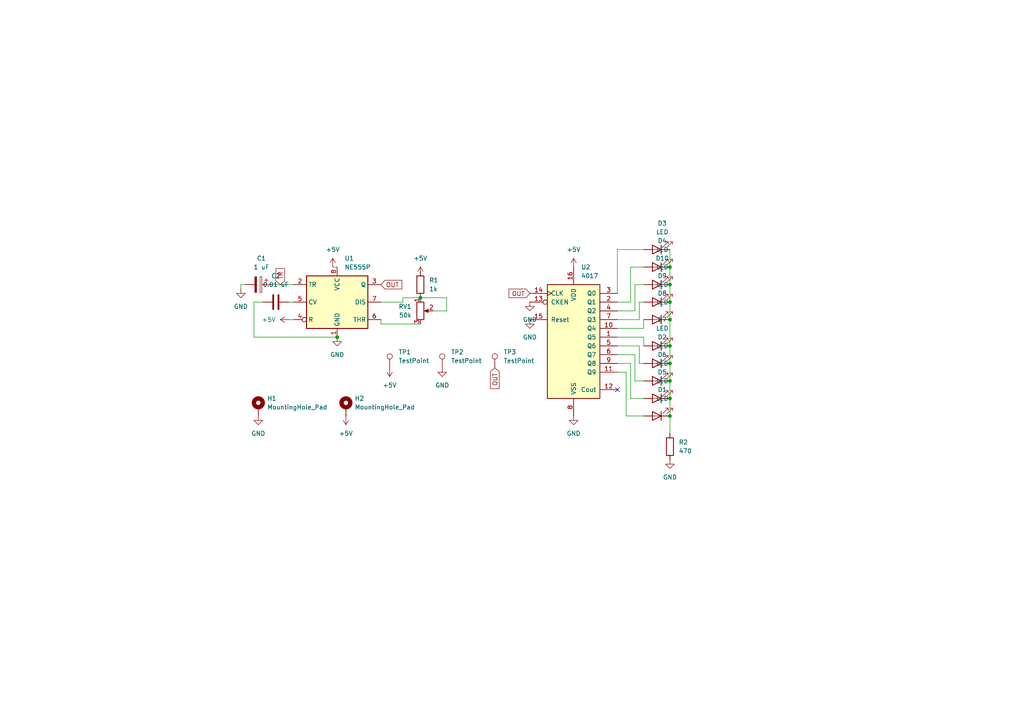
<source format=kicad_sch>
(kicad_sch
	(version 20250114)
	(generator "eeschema")
	(generator_version "9.0")
	(uuid "f23e551b-af0d-41fb-a9c9-3b14d2944636")
	(paper "A4")
	(lib_symbols
		(symbol "4xxx:4017"
			(pin_names
				(offset 1.016)
			)
			(exclude_from_sim no)
			(in_bom yes)
			(on_board yes)
			(property "Reference" "U"
				(at -7.62 16.51 0)
				(effects
					(font
						(size 1.27 1.27)
					)
				)
			)
			(property "Value" "4017"
				(at -7.62 -19.05 0)
				(effects
					(font
						(size 1.27 1.27)
					)
				)
			)
			(property "Footprint" ""
				(at 0 0 0)
				(effects
					(font
						(size 1.27 1.27)
					)
					(hide yes)
				)
			)
			(property "Datasheet" "http://www.intersil.com/content/dam/Intersil/documents/cd40/cd4017bms-22bms.pdf"
				(at 0 0 0)
				(effects
					(font
						(size 1.27 1.27)
					)
					(hide yes)
				)
			)
			(property "Description" "Johnson Counter ( 10 outputs )"
				(at 0 0 0)
				(effects
					(font
						(size 1.27 1.27)
					)
					(hide yes)
				)
			)
			(property "ki_locked" ""
				(at 0 0 0)
				(effects
					(font
						(size 1.27 1.27)
					)
				)
			)
			(property "ki_keywords" "CNT CNT10"
				(at 0 0 0)
				(effects
					(font
						(size 1.27 1.27)
					)
					(hide yes)
				)
			)
			(property "ki_fp_filters" "DIP?16*"
				(at 0 0 0)
				(effects
					(font
						(size 1.27 1.27)
					)
					(hide yes)
				)
			)
			(symbol "4017_1_0"
				(pin input clock
					(at -12.7 12.7 0)
					(length 5.08)
					(name "CLK"
						(effects
							(font
								(size 1.27 1.27)
							)
						)
					)
					(number "14"
						(effects
							(font
								(size 1.27 1.27)
							)
						)
					)
				)
				(pin input inverted
					(at -12.7 10.16 0)
					(length 5.08)
					(name "CKEN"
						(effects
							(font
								(size 1.27 1.27)
							)
						)
					)
					(number "13"
						(effects
							(font
								(size 1.27 1.27)
							)
						)
					)
				)
				(pin input line
					(at -12.7 5.08 0)
					(length 5.08)
					(name "Reset"
						(effects
							(font
								(size 1.27 1.27)
							)
						)
					)
					(number "15"
						(effects
							(font
								(size 1.27 1.27)
							)
						)
					)
				)
				(pin power_in line
					(at 0 20.32 270)
					(length 5.08)
					(name "VDD"
						(effects
							(font
								(size 1.27 1.27)
							)
						)
					)
					(number "16"
						(effects
							(font
								(size 1.27 1.27)
							)
						)
					)
				)
				(pin power_in line
					(at 0 -22.86 90)
					(length 5.08)
					(name "VSS"
						(effects
							(font
								(size 1.27 1.27)
							)
						)
					)
					(number "8"
						(effects
							(font
								(size 1.27 1.27)
							)
						)
					)
				)
				(pin output line
					(at 12.7 12.7 180)
					(length 5.08)
					(name "Q0"
						(effects
							(font
								(size 1.27 1.27)
							)
						)
					)
					(number "3"
						(effects
							(font
								(size 1.27 1.27)
							)
						)
					)
				)
				(pin output line
					(at 12.7 10.16 180)
					(length 5.08)
					(name "Q1"
						(effects
							(font
								(size 1.27 1.27)
							)
						)
					)
					(number "2"
						(effects
							(font
								(size 1.27 1.27)
							)
						)
					)
				)
				(pin output line
					(at 12.7 7.62 180)
					(length 5.08)
					(name "Q2"
						(effects
							(font
								(size 1.27 1.27)
							)
						)
					)
					(number "4"
						(effects
							(font
								(size 1.27 1.27)
							)
						)
					)
				)
				(pin output line
					(at 12.7 5.08 180)
					(length 5.08)
					(name "Q3"
						(effects
							(font
								(size 1.27 1.27)
							)
						)
					)
					(number "7"
						(effects
							(font
								(size 1.27 1.27)
							)
						)
					)
				)
				(pin output line
					(at 12.7 2.54 180)
					(length 5.08)
					(name "Q4"
						(effects
							(font
								(size 1.27 1.27)
							)
						)
					)
					(number "10"
						(effects
							(font
								(size 1.27 1.27)
							)
						)
					)
				)
				(pin output line
					(at 12.7 0 180)
					(length 5.08)
					(name "Q5"
						(effects
							(font
								(size 1.27 1.27)
							)
						)
					)
					(number "1"
						(effects
							(font
								(size 1.27 1.27)
							)
						)
					)
				)
				(pin output line
					(at 12.7 -2.54 180)
					(length 5.08)
					(name "Q6"
						(effects
							(font
								(size 1.27 1.27)
							)
						)
					)
					(number "5"
						(effects
							(font
								(size 1.27 1.27)
							)
						)
					)
				)
				(pin output line
					(at 12.7 -5.08 180)
					(length 5.08)
					(name "Q7"
						(effects
							(font
								(size 1.27 1.27)
							)
						)
					)
					(number "6"
						(effects
							(font
								(size 1.27 1.27)
							)
						)
					)
				)
				(pin output line
					(at 12.7 -7.62 180)
					(length 5.08)
					(name "Q8"
						(effects
							(font
								(size 1.27 1.27)
							)
						)
					)
					(number "9"
						(effects
							(font
								(size 1.27 1.27)
							)
						)
					)
				)
				(pin output line
					(at 12.7 -10.16 180)
					(length 5.08)
					(name "Q9"
						(effects
							(font
								(size 1.27 1.27)
							)
						)
					)
					(number "11"
						(effects
							(font
								(size 1.27 1.27)
							)
						)
					)
				)
				(pin output line
					(at 12.7 -15.24 180)
					(length 5.08)
					(name "Cout"
						(effects
							(font
								(size 1.27 1.27)
							)
						)
					)
					(number "12"
						(effects
							(font
								(size 1.27 1.27)
							)
						)
					)
				)
			)
			(symbol "4017_1_1"
				(rectangle
					(start -7.62 15.24)
					(end 7.62 -17.78)
					(stroke
						(width 0.254)
						(type default)
					)
					(fill
						(type background)
					)
				)
			)
			(embedded_fonts no)
		)
		(symbol "Connector:TestPoint"
			(pin_numbers
				(hide yes)
			)
			(pin_names
				(offset 0.762)
				(hide yes)
			)
			(exclude_from_sim no)
			(in_bom yes)
			(on_board yes)
			(property "Reference" "TP"
				(at 0 6.858 0)
				(effects
					(font
						(size 1.27 1.27)
					)
				)
			)
			(property "Value" "TestPoint"
				(at 0 5.08 0)
				(effects
					(font
						(size 1.27 1.27)
					)
				)
			)
			(property "Footprint" ""
				(at 5.08 0 0)
				(effects
					(font
						(size 1.27 1.27)
					)
					(hide yes)
				)
			)
			(property "Datasheet" "~"
				(at 5.08 0 0)
				(effects
					(font
						(size 1.27 1.27)
					)
					(hide yes)
				)
			)
			(property "Description" "test point"
				(at 0 0 0)
				(effects
					(font
						(size 1.27 1.27)
					)
					(hide yes)
				)
			)
			(property "ki_keywords" "test point tp"
				(at 0 0 0)
				(effects
					(font
						(size 1.27 1.27)
					)
					(hide yes)
				)
			)
			(property "ki_fp_filters" "Pin* Test*"
				(at 0 0 0)
				(effects
					(font
						(size 1.27 1.27)
					)
					(hide yes)
				)
			)
			(symbol "TestPoint_0_1"
				(circle
					(center 0 3.302)
					(radius 0.762)
					(stroke
						(width 0)
						(type default)
					)
					(fill
						(type none)
					)
				)
			)
			(symbol "TestPoint_1_1"
				(pin passive line
					(at 0 0 90)
					(length 2.54)
					(name "1"
						(effects
							(font
								(size 1.27 1.27)
							)
						)
					)
					(number "1"
						(effects
							(font
								(size 1.27 1.27)
							)
						)
					)
				)
			)
			(embedded_fonts no)
		)
		(symbol "Device:C"
			(pin_numbers
				(hide yes)
			)
			(pin_names
				(offset 0.254)
			)
			(exclude_from_sim no)
			(in_bom yes)
			(on_board yes)
			(property "Reference" "C"
				(at 0.635 2.54 0)
				(effects
					(font
						(size 1.27 1.27)
					)
					(justify left)
				)
			)
			(property "Value" "C"
				(at 0.635 -2.54 0)
				(effects
					(font
						(size 1.27 1.27)
					)
					(justify left)
				)
			)
			(property "Footprint" ""
				(at 0.9652 -3.81 0)
				(effects
					(font
						(size 1.27 1.27)
					)
					(hide yes)
				)
			)
			(property "Datasheet" "~"
				(at 0 0 0)
				(effects
					(font
						(size 1.27 1.27)
					)
					(hide yes)
				)
			)
			(property "Description" "Unpolarized capacitor"
				(at 0 0 0)
				(effects
					(font
						(size 1.27 1.27)
					)
					(hide yes)
				)
			)
			(property "ki_keywords" "cap capacitor"
				(at 0 0 0)
				(effects
					(font
						(size 1.27 1.27)
					)
					(hide yes)
				)
			)
			(property "ki_fp_filters" "C_*"
				(at 0 0 0)
				(effects
					(font
						(size 1.27 1.27)
					)
					(hide yes)
				)
			)
			(symbol "C_0_1"
				(polyline
					(pts
						(xy -2.032 0.762) (xy 2.032 0.762)
					)
					(stroke
						(width 0.508)
						(type default)
					)
					(fill
						(type none)
					)
				)
				(polyline
					(pts
						(xy -2.032 -0.762) (xy 2.032 -0.762)
					)
					(stroke
						(width 0.508)
						(type default)
					)
					(fill
						(type none)
					)
				)
			)
			(symbol "C_1_1"
				(pin passive line
					(at 0 3.81 270)
					(length 2.794)
					(name "~"
						(effects
							(font
								(size 1.27 1.27)
							)
						)
					)
					(number "1"
						(effects
							(font
								(size 1.27 1.27)
							)
						)
					)
				)
				(pin passive line
					(at 0 -3.81 90)
					(length 2.794)
					(name "~"
						(effects
							(font
								(size 1.27 1.27)
							)
						)
					)
					(number "2"
						(effects
							(font
								(size 1.27 1.27)
							)
						)
					)
				)
			)
			(embedded_fonts no)
		)
		(symbol "Device:C_Polarized"
			(pin_numbers
				(hide yes)
			)
			(pin_names
				(offset 0.254)
			)
			(exclude_from_sim no)
			(in_bom yes)
			(on_board yes)
			(property "Reference" "C"
				(at 0.635 2.54 0)
				(effects
					(font
						(size 1.27 1.27)
					)
					(justify left)
				)
			)
			(property "Value" "C_Polarized"
				(at 0.635 -2.54 0)
				(effects
					(font
						(size 1.27 1.27)
					)
					(justify left)
				)
			)
			(property "Footprint" ""
				(at 0.9652 -3.81 0)
				(effects
					(font
						(size 1.27 1.27)
					)
					(hide yes)
				)
			)
			(property "Datasheet" "~"
				(at 0 0 0)
				(effects
					(font
						(size 1.27 1.27)
					)
					(hide yes)
				)
			)
			(property "Description" "Polarized capacitor"
				(at 0 0 0)
				(effects
					(font
						(size 1.27 1.27)
					)
					(hide yes)
				)
			)
			(property "ki_keywords" "cap capacitor"
				(at 0 0 0)
				(effects
					(font
						(size 1.27 1.27)
					)
					(hide yes)
				)
			)
			(property "ki_fp_filters" "CP_*"
				(at 0 0 0)
				(effects
					(font
						(size 1.27 1.27)
					)
					(hide yes)
				)
			)
			(symbol "C_Polarized_0_1"
				(rectangle
					(start -2.286 0.508)
					(end 2.286 1.016)
					(stroke
						(width 0)
						(type default)
					)
					(fill
						(type none)
					)
				)
				(polyline
					(pts
						(xy -1.778 2.286) (xy -0.762 2.286)
					)
					(stroke
						(width 0)
						(type default)
					)
					(fill
						(type none)
					)
				)
				(polyline
					(pts
						(xy -1.27 2.794) (xy -1.27 1.778)
					)
					(stroke
						(width 0)
						(type default)
					)
					(fill
						(type none)
					)
				)
				(rectangle
					(start 2.286 -0.508)
					(end -2.286 -1.016)
					(stroke
						(width 0)
						(type default)
					)
					(fill
						(type outline)
					)
				)
			)
			(symbol "C_Polarized_1_1"
				(pin passive line
					(at 0 3.81 270)
					(length 2.794)
					(name "~"
						(effects
							(font
								(size 1.27 1.27)
							)
						)
					)
					(number "1"
						(effects
							(font
								(size 1.27 1.27)
							)
						)
					)
				)
				(pin passive line
					(at 0 -3.81 90)
					(length 2.794)
					(name "~"
						(effects
							(font
								(size 1.27 1.27)
							)
						)
					)
					(number "2"
						(effects
							(font
								(size 1.27 1.27)
							)
						)
					)
				)
			)
			(embedded_fonts no)
		)
		(symbol "Device:LED"
			(pin_numbers
				(hide yes)
			)
			(pin_names
				(offset 1.016)
				(hide yes)
			)
			(exclude_from_sim no)
			(in_bom yes)
			(on_board yes)
			(property "Reference" "D"
				(at 0 2.54 0)
				(effects
					(font
						(size 1.27 1.27)
					)
				)
			)
			(property "Value" "LED"
				(at 0 -2.54 0)
				(effects
					(font
						(size 1.27 1.27)
					)
				)
			)
			(property "Footprint" ""
				(at 0 0 0)
				(effects
					(font
						(size 1.27 1.27)
					)
					(hide yes)
				)
			)
			(property "Datasheet" "~"
				(at 0 0 0)
				(effects
					(font
						(size 1.27 1.27)
					)
					(hide yes)
				)
			)
			(property "Description" "Light emitting diode"
				(at 0 0 0)
				(effects
					(font
						(size 1.27 1.27)
					)
					(hide yes)
				)
			)
			(property "Sim.Pins" "1=K 2=A"
				(at 0 0 0)
				(effects
					(font
						(size 1.27 1.27)
					)
					(hide yes)
				)
			)
			(property "ki_keywords" "LED diode"
				(at 0 0 0)
				(effects
					(font
						(size 1.27 1.27)
					)
					(hide yes)
				)
			)
			(property "ki_fp_filters" "LED* LED_SMD:* LED_THT:*"
				(at 0 0 0)
				(effects
					(font
						(size 1.27 1.27)
					)
					(hide yes)
				)
			)
			(symbol "LED_0_1"
				(polyline
					(pts
						(xy -3.048 -0.762) (xy -4.572 -2.286) (xy -3.81 -2.286) (xy -4.572 -2.286) (xy -4.572 -1.524)
					)
					(stroke
						(width 0)
						(type default)
					)
					(fill
						(type none)
					)
				)
				(polyline
					(pts
						(xy -1.778 -0.762) (xy -3.302 -2.286) (xy -2.54 -2.286) (xy -3.302 -2.286) (xy -3.302 -1.524)
					)
					(stroke
						(width 0)
						(type default)
					)
					(fill
						(type none)
					)
				)
				(polyline
					(pts
						(xy -1.27 0) (xy 1.27 0)
					)
					(stroke
						(width 0)
						(type default)
					)
					(fill
						(type none)
					)
				)
				(polyline
					(pts
						(xy -1.27 -1.27) (xy -1.27 1.27)
					)
					(stroke
						(width 0.254)
						(type default)
					)
					(fill
						(type none)
					)
				)
				(polyline
					(pts
						(xy 1.27 -1.27) (xy 1.27 1.27) (xy -1.27 0) (xy 1.27 -1.27)
					)
					(stroke
						(width 0.254)
						(type default)
					)
					(fill
						(type none)
					)
				)
			)
			(symbol "LED_1_1"
				(pin passive line
					(at -3.81 0 0)
					(length 2.54)
					(name "K"
						(effects
							(font
								(size 1.27 1.27)
							)
						)
					)
					(number "1"
						(effects
							(font
								(size 1.27 1.27)
							)
						)
					)
				)
				(pin passive line
					(at 3.81 0 180)
					(length 2.54)
					(name "A"
						(effects
							(font
								(size 1.27 1.27)
							)
						)
					)
					(number "2"
						(effects
							(font
								(size 1.27 1.27)
							)
						)
					)
				)
			)
			(embedded_fonts no)
		)
		(symbol "Device:R"
			(pin_numbers
				(hide yes)
			)
			(pin_names
				(offset 0)
			)
			(exclude_from_sim no)
			(in_bom yes)
			(on_board yes)
			(property "Reference" "R"
				(at 2.032 0 90)
				(effects
					(font
						(size 1.27 1.27)
					)
				)
			)
			(property "Value" "R"
				(at 0 0 90)
				(effects
					(font
						(size 1.27 1.27)
					)
				)
			)
			(property "Footprint" ""
				(at -1.778 0 90)
				(effects
					(font
						(size 1.27 1.27)
					)
					(hide yes)
				)
			)
			(property "Datasheet" "~"
				(at 0 0 0)
				(effects
					(font
						(size 1.27 1.27)
					)
					(hide yes)
				)
			)
			(property "Description" "Resistor"
				(at 0 0 0)
				(effects
					(font
						(size 1.27 1.27)
					)
					(hide yes)
				)
			)
			(property "ki_keywords" "R res resistor"
				(at 0 0 0)
				(effects
					(font
						(size 1.27 1.27)
					)
					(hide yes)
				)
			)
			(property "ki_fp_filters" "R_*"
				(at 0 0 0)
				(effects
					(font
						(size 1.27 1.27)
					)
					(hide yes)
				)
			)
			(symbol "R_0_1"
				(rectangle
					(start -1.016 -2.54)
					(end 1.016 2.54)
					(stroke
						(width 0.254)
						(type default)
					)
					(fill
						(type none)
					)
				)
			)
			(symbol "R_1_1"
				(pin passive line
					(at 0 3.81 270)
					(length 1.27)
					(name "~"
						(effects
							(font
								(size 1.27 1.27)
							)
						)
					)
					(number "1"
						(effects
							(font
								(size 1.27 1.27)
							)
						)
					)
				)
				(pin passive line
					(at 0 -3.81 90)
					(length 1.27)
					(name "~"
						(effects
							(font
								(size 1.27 1.27)
							)
						)
					)
					(number "2"
						(effects
							(font
								(size 1.27 1.27)
							)
						)
					)
				)
			)
			(embedded_fonts no)
		)
		(symbol "Device:R_Potentiometer"
			(pin_names
				(offset 1.016)
				(hide yes)
			)
			(exclude_from_sim no)
			(in_bom yes)
			(on_board yes)
			(property "Reference" "RV"
				(at -4.445 0 90)
				(effects
					(font
						(size 1.27 1.27)
					)
				)
			)
			(property "Value" "R_Potentiometer"
				(at -2.54 0 90)
				(effects
					(font
						(size 1.27 1.27)
					)
				)
			)
			(property "Footprint" ""
				(at 0 0 0)
				(effects
					(font
						(size 1.27 1.27)
					)
					(hide yes)
				)
			)
			(property "Datasheet" "~"
				(at 0 0 0)
				(effects
					(font
						(size 1.27 1.27)
					)
					(hide yes)
				)
			)
			(property "Description" "Potentiometer"
				(at 0 0 0)
				(effects
					(font
						(size 1.27 1.27)
					)
					(hide yes)
				)
			)
			(property "ki_keywords" "resistor variable"
				(at 0 0 0)
				(effects
					(font
						(size 1.27 1.27)
					)
					(hide yes)
				)
			)
			(property "ki_fp_filters" "Potentiometer*"
				(at 0 0 0)
				(effects
					(font
						(size 1.27 1.27)
					)
					(hide yes)
				)
			)
			(symbol "R_Potentiometer_0_1"
				(rectangle
					(start 1.016 2.54)
					(end -1.016 -2.54)
					(stroke
						(width 0.254)
						(type default)
					)
					(fill
						(type none)
					)
				)
				(polyline
					(pts
						(xy 1.143 0) (xy 2.286 0.508) (xy 2.286 -0.508) (xy 1.143 0)
					)
					(stroke
						(width 0)
						(type default)
					)
					(fill
						(type outline)
					)
				)
				(polyline
					(pts
						(xy 2.54 0) (xy 1.524 0)
					)
					(stroke
						(width 0)
						(type default)
					)
					(fill
						(type none)
					)
				)
			)
			(symbol "R_Potentiometer_1_1"
				(pin passive line
					(at 0 3.81 270)
					(length 1.27)
					(name "1"
						(effects
							(font
								(size 1.27 1.27)
							)
						)
					)
					(number "1"
						(effects
							(font
								(size 1.27 1.27)
							)
						)
					)
				)
				(pin passive line
					(at 0 -3.81 90)
					(length 1.27)
					(name "3"
						(effects
							(font
								(size 1.27 1.27)
							)
						)
					)
					(number "3"
						(effects
							(font
								(size 1.27 1.27)
							)
						)
					)
				)
				(pin passive line
					(at 3.81 0 180)
					(length 1.27)
					(name "2"
						(effects
							(font
								(size 1.27 1.27)
							)
						)
					)
					(number "2"
						(effects
							(font
								(size 1.27 1.27)
							)
						)
					)
				)
			)
			(embedded_fonts no)
		)
		(symbol "Mechanical:MountingHole_Pad"
			(pin_numbers
				(hide yes)
			)
			(pin_names
				(offset 1.016)
				(hide yes)
			)
			(exclude_from_sim no)
			(in_bom no)
			(on_board yes)
			(property "Reference" "H"
				(at 0 6.35 0)
				(effects
					(font
						(size 1.27 1.27)
					)
				)
			)
			(property "Value" "MountingHole_Pad"
				(at 0 4.445 0)
				(effects
					(font
						(size 1.27 1.27)
					)
				)
			)
			(property "Footprint" ""
				(at 0 0 0)
				(effects
					(font
						(size 1.27 1.27)
					)
					(hide yes)
				)
			)
			(property "Datasheet" "~"
				(at 0 0 0)
				(effects
					(font
						(size 1.27 1.27)
					)
					(hide yes)
				)
			)
			(property "Description" "Mounting Hole with connection"
				(at 0 0 0)
				(effects
					(font
						(size 1.27 1.27)
					)
					(hide yes)
				)
			)
			(property "ki_keywords" "mounting hole"
				(at 0 0 0)
				(effects
					(font
						(size 1.27 1.27)
					)
					(hide yes)
				)
			)
			(property "ki_fp_filters" "MountingHole*Pad*"
				(at 0 0 0)
				(effects
					(font
						(size 1.27 1.27)
					)
					(hide yes)
				)
			)
			(symbol "MountingHole_Pad_0_1"
				(circle
					(center 0 1.27)
					(radius 1.27)
					(stroke
						(width 1.27)
						(type default)
					)
					(fill
						(type none)
					)
				)
			)
			(symbol "MountingHole_Pad_1_1"
				(pin input line
					(at 0 -2.54 90)
					(length 2.54)
					(name "1"
						(effects
							(font
								(size 1.27 1.27)
							)
						)
					)
					(number "1"
						(effects
							(font
								(size 1.27 1.27)
							)
						)
					)
				)
			)
			(embedded_fonts no)
		)
		(symbol "Timer:NE555P"
			(exclude_from_sim no)
			(in_bom yes)
			(on_board yes)
			(property "Reference" "U"
				(at -10.16 8.89 0)
				(effects
					(font
						(size 1.27 1.27)
					)
					(justify left)
				)
			)
			(property "Value" "NE555P"
				(at 2.54 8.89 0)
				(effects
					(font
						(size 1.27 1.27)
					)
					(justify left)
				)
			)
			(property "Footprint" "Package_DIP:DIP-8_W7.62mm"
				(at 16.51 -10.16 0)
				(effects
					(font
						(size 1.27 1.27)
					)
					(hide yes)
				)
			)
			(property "Datasheet" "http://www.ti.com/lit/ds/symlink/ne555.pdf"
				(at 21.59 -10.16 0)
				(effects
					(font
						(size 1.27 1.27)
					)
					(hide yes)
				)
			)
			(property "Description" "Precision Timers, 555 compatible,  PDIP-8"
				(at 0 0 0)
				(effects
					(font
						(size 1.27 1.27)
					)
					(hide yes)
				)
			)
			(property "ki_keywords" "single timer 555"
				(at 0 0 0)
				(effects
					(font
						(size 1.27 1.27)
					)
					(hide yes)
				)
			)
			(property "ki_fp_filters" "DIP*W7.62mm*"
				(at 0 0 0)
				(effects
					(font
						(size 1.27 1.27)
					)
					(hide yes)
				)
			)
			(symbol "NE555P_0_0"
				(pin power_in line
					(at 0 10.16 270)
					(length 2.54)
					(name "VCC"
						(effects
							(font
								(size 1.27 1.27)
							)
						)
					)
					(number "8"
						(effects
							(font
								(size 1.27 1.27)
							)
						)
					)
				)
				(pin power_in line
					(at 0 -10.16 90)
					(length 2.54)
					(name "GND"
						(effects
							(font
								(size 1.27 1.27)
							)
						)
					)
					(number "1"
						(effects
							(font
								(size 1.27 1.27)
							)
						)
					)
				)
			)
			(symbol "NE555P_0_1"
				(rectangle
					(start -8.89 -7.62)
					(end 8.89 7.62)
					(stroke
						(width 0.254)
						(type default)
					)
					(fill
						(type background)
					)
				)
				(rectangle
					(start -8.89 -7.62)
					(end 8.89 7.62)
					(stroke
						(width 0.254)
						(type default)
					)
					(fill
						(type background)
					)
				)
			)
			(symbol "NE555P_1_1"
				(pin input line
					(at -12.7 5.08 0)
					(length 3.81)
					(name "TR"
						(effects
							(font
								(size 1.27 1.27)
							)
						)
					)
					(number "2"
						(effects
							(font
								(size 1.27 1.27)
							)
						)
					)
				)
				(pin input line
					(at -12.7 0 0)
					(length 3.81)
					(name "CV"
						(effects
							(font
								(size 1.27 1.27)
							)
						)
					)
					(number "5"
						(effects
							(font
								(size 1.27 1.27)
							)
						)
					)
				)
				(pin input inverted
					(at -12.7 -5.08 0)
					(length 3.81)
					(name "R"
						(effects
							(font
								(size 1.27 1.27)
							)
						)
					)
					(number "4"
						(effects
							(font
								(size 1.27 1.27)
							)
						)
					)
				)
				(pin output line
					(at 12.7 5.08 180)
					(length 3.81)
					(name "Q"
						(effects
							(font
								(size 1.27 1.27)
							)
						)
					)
					(number "3"
						(effects
							(font
								(size 1.27 1.27)
							)
						)
					)
				)
				(pin input line
					(at 12.7 0 180)
					(length 3.81)
					(name "DIS"
						(effects
							(font
								(size 1.27 1.27)
							)
						)
					)
					(number "7"
						(effects
							(font
								(size 1.27 1.27)
							)
						)
					)
				)
				(pin input line
					(at 12.7 -5.08 180)
					(length 3.81)
					(name "THR"
						(effects
							(font
								(size 1.27 1.27)
							)
						)
					)
					(number "6"
						(effects
							(font
								(size 1.27 1.27)
							)
						)
					)
				)
			)
			(embedded_fonts no)
		)
		(symbol "power:+5V"
			(power)
			(pin_numbers
				(hide yes)
			)
			(pin_names
				(offset 0)
				(hide yes)
			)
			(exclude_from_sim no)
			(in_bom yes)
			(on_board yes)
			(property "Reference" "#PWR"
				(at 0 -3.81 0)
				(effects
					(font
						(size 1.27 1.27)
					)
					(hide yes)
				)
			)
			(property "Value" "+5V"
				(at 0 3.556 0)
				(effects
					(font
						(size 1.27 1.27)
					)
				)
			)
			(property "Footprint" ""
				(at 0 0 0)
				(effects
					(font
						(size 1.27 1.27)
					)
					(hide yes)
				)
			)
			(property "Datasheet" ""
				(at 0 0 0)
				(effects
					(font
						(size 1.27 1.27)
					)
					(hide yes)
				)
			)
			(property "Description" "Power symbol creates a global label with name \"+5V\""
				(at 0 0 0)
				(effects
					(font
						(size 1.27 1.27)
					)
					(hide yes)
				)
			)
			(property "ki_keywords" "global power"
				(at 0 0 0)
				(effects
					(font
						(size 1.27 1.27)
					)
					(hide yes)
				)
			)
			(symbol "+5V_0_1"
				(polyline
					(pts
						(xy -0.762 1.27) (xy 0 2.54)
					)
					(stroke
						(width 0)
						(type default)
					)
					(fill
						(type none)
					)
				)
				(polyline
					(pts
						(xy 0 2.54) (xy 0.762 1.27)
					)
					(stroke
						(width 0)
						(type default)
					)
					(fill
						(type none)
					)
				)
				(polyline
					(pts
						(xy 0 0) (xy 0 2.54)
					)
					(stroke
						(width 0)
						(type default)
					)
					(fill
						(type none)
					)
				)
			)
			(symbol "+5V_1_1"
				(pin power_in line
					(at 0 0 90)
					(length 0)
					(name "~"
						(effects
							(font
								(size 1.27 1.27)
							)
						)
					)
					(number "1"
						(effects
							(font
								(size 1.27 1.27)
							)
						)
					)
				)
			)
			(embedded_fonts no)
		)
		(symbol "power:GND"
			(power)
			(pin_numbers
				(hide yes)
			)
			(pin_names
				(offset 0)
				(hide yes)
			)
			(exclude_from_sim no)
			(in_bom yes)
			(on_board yes)
			(property "Reference" "#PWR"
				(at 0 -6.35 0)
				(effects
					(font
						(size 1.27 1.27)
					)
					(hide yes)
				)
			)
			(property "Value" "GND"
				(at 0 -3.81 0)
				(effects
					(font
						(size 1.27 1.27)
					)
				)
			)
			(property "Footprint" ""
				(at 0 0 0)
				(effects
					(font
						(size 1.27 1.27)
					)
					(hide yes)
				)
			)
			(property "Datasheet" ""
				(at 0 0 0)
				(effects
					(font
						(size 1.27 1.27)
					)
					(hide yes)
				)
			)
			(property "Description" "Power symbol creates a global label with name \"GND\" , ground"
				(at 0 0 0)
				(effects
					(font
						(size 1.27 1.27)
					)
					(hide yes)
				)
			)
			(property "ki_keywords" "global power"
				(at 0 0 0)
				(effects
					(font
						(size 1.27 1.27)
					)
					(hide yes)
				)
			)
			(symbol "GND_0_1"
				(polyline
					(pts
						(xy 0 0) (xy 0 -1.27) (xy 1.27 -1.27) (xy 0 -2.54) (xy -1.27 -1.27) (xy 0 -1.27)
					)
					(stroke
						(width 0)
						(type default)
					)
					(fill
						(type none)
					)
				)
			)
			(symbol "GND_1_1"
				(pin power_in line
					(at 0 0 270)
					(length 0)
					(name "~"
						(effects
							(font
								(size 1.27 1.27)
							)
						)
					)
					(number "1"
						(effects
							(font
								(size 1.27 1.27)
							)
						)
					)
				)
			)
			(embedded_fonts no)
		)
	)
	(junction
		(at 194.31 82.55)
		(diameter 0)
		(color 0 0 0 0)
		(uuid "05fb1143-8c18-4994-a512-f324b96b1206")
	)
	(junction
		(at 194.31 77.47)
		(diameter 0)
		(color 0 0 0 0)
		(uuid "2d137012-b9d1-493d-a03c-c1d78e570d76")
	)
	(junction
		(at 194.31 100.33)
		(diameter 0)
		(color 0 0 0 0)
		(uuid "5664a18d-b2fc-4acd-a478-6822cedf8a83")
	)
	(junction
		(at 194.31 92.71)
		(diameter 0)
		(color 0 0 0 0)
		(uuid "755e7654-7ac4-4071-997d-c9a153408a36")
	)
	(junction
		(at 194.31 120.65)
		(diameter 0)
		(color 0 0 0 0)
		(uuid "81d10ea1-7192-41b9-a2fc-56ac7a8d457b")
	)
	(junction
		(at 194.31 87.63)
		(diameter 0)
		(color 0 0 0 0)
		(uuid "9258cc2c-e521-4115-bb7c-d525d2ef5f7e")
	)
	(junction
		(at 121.92 86.36)
		(diameter 0)
		(color 0 0 0 0)
		(uuid "97c85103-a5d1-424a-8021-ff5f2371efff")
	)
	(junction
		(at 194.31 105.41)
		(diameter 0)
		(color 0 0 0 0)
		(uuid "c6e2f32e-e2e0-431f-b046-6275d809287e")
	)
	(junction
		(at 97.79 97.79)
		(diameter 0)
		(color 0 0 0 0)
		(uuid "ca654183-6857-4279-90d5-d32ecc93e5cc")
	)
	(junction
		(at 194.31 110.49)
		(diameter 0)
		(color 0 0 0 0)
		(uuid "dabfab43-547b-46c0-b127-9738e976f73d")
	)
	(junction
		(at 194.31 115.57)
		(diameter 0)
		(color 0 0 0 0)
		(uuid "e6a7cebf-d66e-48f2-a64c-8698ec4ee6e6")
	)
	(no_connect
		(at 179.07 113.03)
		(uuid "789ebb73-8d7f-469a-b58c-e440868c5543")
	)
	(wire
		(pts
			(xy 71.12 82.55) (xy 69.85 82.55)
		)
		(stroke
			(width 0)
			(type default)
		)
		(uuid "03bcc6d7-cbe6-45b4-9f3d-8cb154b82a18")
	)
	(wire
		(pts
			(xy 110.49 87.63) (xy 116.84 87.63)
		)
		(stroke
			(width 0)
			(type default)
		)
		(uuid "0743fd34-af6c-4dd7-ade3-9318715181d9")
	)
	(wire
		(pts
			(xy 186.69 120.65) (xy 181.61 120.65)
		)
		(stroke
			(width 0)
			(type default)
		)
		(uuid "0c9a6459-7d02-489a-bad8-3dab58fe3601")
	)
	(wire
		(pts
			(xy 116.84 87.63) (xy 116.84 86.36)
		)
		(stroke
			(width 0)
			(type default)
		)
		(uuid "0e9a0143-4221-427b-8612-1f6afd59ea42")
	)
	(wire
		(pts
			(xy 194.31 120.65) (xy 194.31 125.73)
		)
		(stroke
			(width 0)
			(type default)
		)
		(uuid "13740845-ac98-40f7-928f-2fa2e209651e")
	)
	(wire
		(pts
			(xy 76.2 87.63) (xy 73.66 87.63)
		)
		(stroke
			(width 0)
			(type default)
		)
		(uuid "17b1a903-d458-418a-b48f-36439c3f7e94")
	)
	(wire
		(pts
			(xy 121.92 86.36) (xy 129.54 86.36)
		)
		(stroke
			(width 0)
			(type default)
		)
		(uuid "1a593ef7-e563-43f6-99f6-ffd1e97af9fc")
	)
	(wire
		(pts
			(xy 73.66 97.79) (xy 97.79 97.79)
		)
		(stroke
			(width 0)
			(type default)
		)
		(uuid "1bf06594-2be6-455d-b1ab-b2a77c9e90b2")
	)
	(wire
		(pts
			(xy 194.31 115.57) (xy 194.31 120.65)
		)
		(stroke
			(width 0)
			(type default)
		)
		(uuid "1eae5865-2b42-48e2-8c61-00633424392e")
	)
	(wire
		(pts
			(xy 182.88 115.57) (xy 182.88 105.41)
		)
		(stroke
			(width 0)
			(type default)
		)
		(uuid "23f82ca9-140c-4685-9136-8cad7579a0cf")
	)
	(wire
		(pts
			(xy 194.31 82.55) (xy 194.31 87.63)
		)
		(stroke
			(width 0)
			(type default)
		)
		(uuid "24293318-cc33-4752-a582-dcee7c5611c7")
	)
	(wire
		(pts
			(xy 184.15 82.55) (xy 186.69 82.55)
		)
		(stroke
			(width 0)
			(type default)
		)
		(uuid "261ac5c8-9168-40e0-9234-8ae448bd9bcd")
	)
	(wire
		(pts
			(xy 179.07 85.09) (xy 179.07 72.39)
		)
		(stroke
			(width 0)
			(type default)
		)
		(uuid "2f79b697-3ec1-41ab-b19c-d985f59750af")
	)
	(wire
		(pts
			(xy 182.88 77.47) (xy 186.69 77.47)
		)
		(stroke
			(width 0)
			(type default)
		)
		(uuid "362f4909-5f40-4d91-bf9f-f818010574f9")
	)
	(wire
		(pts
			(xy 116.84 86.36) (xy 121.92 86.36)
		)
		(stroke
			(width 0)
			(type default)
		)
		(uuid "458dd402-81fb-40e7-aba0-bb446b06dc34")
	)
	(wire
		(pts
			(xy 73.66 87.63) (xy 73.66 97.79)
		)
		(stroke
			(width 0)
			(type default)
		)
		(uuid "4b58f896-cf86-4536-bac5-ba2035a5ed89")
	)
	(wire
		(pts
			(xy 179.07 92.71) (xy 185.42 92.71)
		)
		(stroke
			(width 0)
			(type default)
		)
		(uuid "5dd6cbcf-db76-4503-9b38-8ecc92b9d367")
	)
	(wire
		(pts
			(xy 78.74 82.55) (xy 85.09 82.55)
		)
		(stroke
			(width 0)
			(type default)
		)
		(uuid "5f0f78fc-dde2-4790-8d94-41e522b3af04")
	)
	(wire
		(pts
			(xy 194.31 92.71) (xy 194.31 100.33)
		)
		(stroke
			(width 0)
			(type default)
		)
		(uuid "663db913-9a71-4a84-99b3-fbf1cc0d2fed")
	)
	(wire
		(pts
			(xy 69.85 82.55) (xy 69.85 83.82)
		)
		(stroke
			(width 0)
			(type default)
		)
		(uuid "68729c15-3853-43f5-bbfe-2d31ed22c540")
	)
	(wire
		(pts
			(xy 179.07 90.17) (xy 184.15 90.17)
		)
		(stroke
			(width 0)
			(type default)
		)
		(uuid "693c7717-dffb-45c2-949a-81ce0da29376")
	)
	(wire
		(pts
			(xy 194.31 77.47) (xy 194.31 82.55)
		)
		(stroke
			(width 0)
			(type default)
		)
		(uuid "6b17f880-20c1-4604-868a-ae4952067c58")
	)
	(wire
		(pts
			(xy 85.09 87.63) (xy 83.82 87.63)
		)
		(stroke
			(width 0)
			(type default)
		)
		(uuid "7779d726-c74d-4012-a79c-f4c26ea72d99")
	)
	(wire
		(pts
			(xy 185.42 87.63) (xy 186.69 87.63)
		)
		(stroke
			(width 0)
			(type default)
		)
		(uuid "7da43ed1-b99b-4800-adf5-c408f18ac5e0")
	)
	(wire
		(pts
			(xy 182.88 115.57) (xy 186.69 115.57)
		)
		(stroke
			(width 0)
			(type default)
		)
		(uuid "8054e7d2-af62-4d07-8844-79ae324115bf")
	)
	(wire
		(pts
			(xy 110.49 92.71) (xy 110.49 93.98)
		)
		(stroke
			(width 0)
			(type default)
		)
		(uuid "8388c79c-056d-4c3b-8e11-9337c05f0e2c")
	)
	(wire
		(pts
			(xy 182.88 105.41) (xy 179.07 105.41)
		)
		(stroke
			(width 0)
			(type default)
		)
		(uuid "857a57a4-7702-4a6a-9997-2185bca043d7")
	)
	(wire
		(pts
			(xy 185.42 100.33) (xy 185.42 105.41)
		)
		(stroke
			(width 0)
			(type default)
		)
		(uuid "887ea9fb-970f-4c13-8aed-4b8538788936")
	)
	(wire
		(pts
			(xy 179.07 72.39) (xy 186.69 72.39)
		)
		(stroke
			(width 0)
			(type default)
		)
		(uuid "9ed8754a-e067-4a94-b3ba-7b249cd8efff")
	)
	(wire
		(pts
			(xy 194.31 72.39) (xy 194.31 77.47)
		)
		(stroke
			(width 0)
			(type default)
		)
		(uuid "a3b0c9cd-7722-48e2-baf2-5d74d27d2e35")
	)
	(wire
		(pts
			(xy 110.49 93.98) (xy 121.92 93.98)
		)
		(stroke
			(width 0)
			(type default)
		)
		(uuid "a77b48b2-c2cc-4006-b095-ccc7250711f3")
	)
	(wire
		(pts
			(xy 182.88 87.63) (xy 182.88 77.47)
		)
		(stroke
			(width 0)
			(type default)
		)
		(uuid "afbe4f84-b27f-49dc-9167-296117b9dc29")
	)
	(wire
		(pts
			(xy 179.07 95.25) (xy 186.69 95.25)
		)
		(stroke
			(width 0)
			(type default)
		)
		(uuid "b1c80d7b-70c5-4667-b4c7-c955556a61cd")
	)
	(wire
		(pts
			(xy 194.31 105.41) (xy 194.31 110.49)
		)
		(stroke
			(width 0)
			(type default)
		)
		(uuid "b6266f3e-f5d9-43b8-8ce9-d81abae0edff")
	)
	(wire
		(pts
			(xy 181.61 107.95) (xy 179.07 107.95)
		)
		(stroke
			(width 0)
			(type default)
		)
		(uuid "b6a24ac9-8d07-4a8c-98a7-255332b7d6ea")
	)
	(wire
		(pts
			(xy 194.31 110.49) (xy 194.31 115.57)
		)
		(stroke
			(width 0)
			(type default)
		)
		(uuid "badacd5b-b24b-4799-82c7-4a978b2f687d")
	)
	(wire
		(pts
			(xy 85.09 92.71) (xy 83.82 92.71)
		)
		(stroke
			(width 0)
			(type default)
		)
		(uuid "bd8b8a9d-eea6-4def-ac3d-9af4d32bd3aa")
	)
	(wire
		(pts
			(xy 181.61 107.95) (xy 181.61 120.65)
		)
		(stroke
			(width 0)
			(type default)
		)
		(uuid "bd9e7526-595b-460c-b029-aedd29d1ea26")
	)
	(wire
		(pts
			(xy 194.31 87.63) (xy 194.31 92.71)
		)
		(stroke
			(width 0)
			(type default)
		)
		(uuid "c3a6c861-8462-4c5e-8311-124c14769d44")
	)
	(wire
		(pts
			(xy 129.54 90.17) (xy 125.73 90.17)
		)
		(stroke
			(width 0)
			(type default)
		)
		(uuid "c6fd85bd-655f-4c46-b243-e4b530ff597d")
	)
	(wire
		(pts
			(xy 194.31 100.33) (xy 194.31 105.41)
		)
		(stroke
			(width 0)
			(type default)
		)
		(uuid "d0384fa4-2579-49e5-8a40-a0d64c41a175")
	)
	(wire
		(pts
			(xy 184.15 110.49) (xy 184.15 102.87)
		)
		(stroke
			(width 0)
			(type default)
		)
		(uuid "d42f5f51-69d3-4e32-be2a-514a8e1967ef")
	)
	(wire
		(pts
			(xy 121.92 78.74) (xy 121.92 80.01)
		)
		(stroke
			(width 0)
			(type default)
		)
		(uuid "d93cbd8b-576a-4080-a42b-a017e70dda5d")
	)
	(wire
		(pts
			(xy 179.07 87.63) (xy 182.88 87.63)
		)
		(stroke
			(width 0)
			(type default)
		)
		(uuid "d94f7a2b-6485-4fd4-a41d-7e6b83eb8449")
	)
	(wire
		(pts
			(xy 129.54 86.36) (xy 129.54 90.17)
		)
		(stroke
			(width 0)
			(type default)
		)
		(uuid "db31645d-1640-4727-a7de-f02743448113")
	)
	(wire
		(pts
			(xy 184.15 102.87) (xy 179.07 102.87)
		)
		(stroke
			(width 0)
			(type default)
		)
		(uuid "de543d81-b565-4578-a3d3-cec6193a8685")
	)
	(wire
		(pts
			(xy 185.42 105.41) (xy 186.69 105.41)
		)
		(stroke
			(width 0)
			(type default)
		)
		(uuid "dfd1beaf-4e22-47d7-a140-28d686b6928f")
	)
	(wire
		(pts
			(xy 184.15 90.17) (xy 184.15 82.55)
		)
		(stroke
			(width 0)
			(type default)
		)
		(uuid "ef425c0b-eb2e-426f-b9bf-9fe3038c2d6f")
	)
	(wire
		(pts
			(xy 186.69 92.71) (xy 186.69 95.25)
		)
		(stroke
			(width 0)
			(type default)
		)
		(uuid "efae7fc1-c5de-4968-8173-805b7fffe9a3")
	)
	(wire
		(pts
			(xy 186.69 110.49) (xy 184.15 110.49)
		)
		(stroke
			(width 0)
			(type default)
		)
		(uuid "f02393b0-a755-4f69-a706-005e85f11d71")
	)
	(wire
		(pts
			(xy 179.07 100.33) (xy 185.42 100.33)
		)
		(stroke
			(width 0)
			(type default)
		)
		(uuid "f4b821b9-2899-45c0-ab5b-0b01f1f176a1")
	)
	(wire
		(pts
			(xy 186.69 100.33) (xy 186.69 97.79)
		)
		(stroke
			(width 0)
			(type default)
		)
		(uuid "f66d5d56-1ddf-4243-ba62-4396296d0d5a")
	)
	(wire
		(pts
			(xy 97.79 77.47) (xy 96.52 77.47)
		)
		(stroke
			(width 0)
			(type default)
		)
		(uuid "f75ccb8b-07fb-422a-b97b-1a524d1061d9")
	)
	(wire
		(pts
			(xy 179.07 97.79) (xy 186.69 97.79)
		)
		(stroke
			(width 0)
			(type default)
		)
		(uuid "f9de1183-ae3a-460b-9133-8c23da570c21")
	)
	(wire
		(pts
			(xy 185.42 92.71) (xy 185.42 87.63)
		)
		(stroke
			(width 0)
			(type default)
		)
		(uuid "f9e876cb-61f4-4f46-a4e8-d4028d1422f4")
	)
	(global_label "TR"
		(shape input)
		(at 81.28 82.55 90)
		(fields_autoplaced yes)
		(effects
			(font
				(size 1.27 1.27)
			)
			(justify left)
		)
		(uuid "078185b0-b9aa-4831-ac85-94e2519f4108")
		(property "Intersheetrefs" "${INTERSHEET_REFS}"
			(at 81.28 77.3272 90)
			(effects
				(font
					(size 1.27 1.27)
				)
				(justify left)
				(hide yes)
			)
		)
	)
	(global_label "OUT"
		(shape input)
		(at 153.67 85.09 180)
		(fields_autoplaced yes)
		(effects
			(font
				(size 1.27 1.27)
			)
			(justify right)
		)
		(uuid "694d1966-bea5-4bc2-9f67-545e4baf6995")
		(property "Intersheetrefs" "${INTERSHEET_REFS}"
			(at 147.0562 85.09 0)
			(effects
				(font
					(size 1.27 1.27)
				)
				(justify right)
				(hide yes)
			)
		)
	)
	(global_label "OUT"
		(shape input)
		(at 110.49 82.55 0)
		(fields_autoplaced yes)
		(effects
			(font
				(size 1.27 1.27)
			)
			(justify left)
		)
		(uuid "89ced9ea-18ba-4ddf-adbb-746e1b83c6de")
		(property "Intersheetrefs" "${INTERSHEET_REFS}"
			(at 117.1038 82.55 0)
			(effects
				(font
					(size 1.27 1.27)
				)
				(justify left)
				(hide yes)
			)
		)
	)
	(global_label "OUT"
		(shape input)
		(at 143.51 106.68 270)
		(fields_autoplaced yes)
		(effects
			(font
				(size 1.27 1.27)
			)
			(justify right)
		)
		(uuid "e3adea28-e187-48b9-a528-c9d28bc397ec")
		(property "Intersheetrefs" "${INTERSHEET_REFS}"
			(at 143.51 113.2938 90)
			(effects
				(font
					(size 1.27 1.27)
				)
				(justify right)
				(hide yes)
			)
		)
	)
	(symbol
		(lib_id "Connector:TestPoint")
		(at 113.03 106.68 0)
		(unit 1)
		(exclude_from_sim no)
		(in_bom yes)
		(on_board yes)
		(dnp no)
		(fields_autoplaced yes)
		(uuid "0994ae37-68d3-4346-90f5-838230bdc7e1")
		(property "Reference" "TP1"
			(at 115.57 102.1079 0)
			(effects
				(font
					(size 1.27 1.27)
				)
				(justify left)
			)
		)
		(property "Value" "TestPoint"
			(at 115.57 104.6479 0)
			(effects
				(font
					(size 1.27 1.27)
				)
				(justify left)
			)
		)
		(property "Footprint" "Connector_PinSocket_2.54mm:PinSocket_1x01_P2.54mm_Vertical"
			(at 118.11 106.68 0)
			(effects
				(font
					(size 1.27 1.27)
				)
				(hide yes)
			)
		)
		(property "Datasheet" "~"
			(at 118.11 106.68 0)
			(effects
				(font
					(size 1.27 1.27)
				)
				(hide yes)
			)
		)
		(property "Description" "test point"
			(at 113.03 106.68 0)
			(effects
				(font
					(size 1.27 1.27)
				)
				(hide yes)
			)
		)
		(pin "1"
			(uuid "4ca8f2a2-e74e-4011-a906-12c25208c6d5")
		)
		(instances
			(project ""
				(path "/f23e551b-af0d-41fb-a9c9-3b14d2944636"
					(reference "TP1")
					(unit 1)
				)
			)
		)
	)
	(symbol
		(lib_id "Device:LED")
		(at 190.5 87.63 180)
		(unit 1)
		(exclude_from_sim no)
		(in_bom yes)
		(on_board yes)
		(dnp no)
		(fields_autoplaced yes)
		(uuid "0de47c83-2234-4c74-80fd-52f431e8542d")
		(property "Reference" "D9"
			(at 192.0875 80.01 0)
			(effects
				(font
					(size 1.27 1.27)
				)
			)
		)
		(property "Value" "LED"
			(at 192.0875 82.55 0)
			(effects
				(font
					(size 1.27 1.27)
				)
			)
		)
		(property "Footprint" "LED_THT:LED_D3.0mm"
			(at 190.5 87.63 0)
			(effects
				(font
					(size 1.27 1.27)
				)
				(hide yes)
			)
		)
		(property "Datasheet" "~"
			(at 190.5 87.63 0)
			(effects
				(font
					(size 1.27 1.27)
				)
				(hide yes)
			)
		)
		(property "Description" "Light emitting diode"
			(at 190.5 87.63 0)
			(effects
				(font
					(size 1.27 1.27)
				)
				(hide yes)
			)
		)
		(property "Sim.Pins" "1=K 2=A"
			(at 190.5 87.63 0)
			(effects
				(font
					(size 1.27 1.27)
				)
				(hide yes)
			)
		)
		(pin "1"
			(uuid "af6888b5-1283-43f0-9e27-3f2a166ed89f")
		)
		(pin "2"
			(uuid "e14b3d88-d2f1-4ef2-bc8c-a3b907b49d50")
		)
		(instances
			(project ""
				(path "/f23e551b-af0d-41fb-a9c9-3b14d2944636"
					(reference "D9")
					(unit 1)
				)
			)
		)
	)
	(symbol
		(lib_id "4xxx:4017")
		(at 166.37 97.79 0)
		(unit 1)
		(exclude_from_sim no)
		(in_bom yes)
		(on_board yes)
		(dnp no)
		(fields_autoplaced yes)
		(uuid "0e2e7aa7-e62d-42e7-83e4-53d111bf9d3c")
		(property "Reference" "U2"
			(at 168.5133 77.47 0)
			(effects
				(font
					(size 1.27 1.27)
				)
				(justify left)
			)
		)
		(property "Value" "4017"
			(at 168.5133 80.01 0)
			(effects
				(font
					(size 1.27 1.27)
				)
				(justify left)
			)
		)
		(property "Footprint" "pretty]:N16"
			(at 166.37 97.79 0)
			(effects
				(font
					(size 1.27 1.27)
				)
				(hide yes)
			)
		)
		(property "Datasheet" "http://www.intersil.com/content/dam/Intersil/documents/cd40/cd4017bms-22bms.pdf"
			(at 166.37 97.79 0)
			(effects
				(font
					(size 1.27 1.27)
				)
				(hide yes)
			)
		)
		(property "Description" "Johnson Counter ( 10 outputs )"
			(at 166.37 97.79 0)
			(effects
				(font
					(size 1.27 1.27)
				)
				(hide yes)
			)
		)
		(pin "3"
			(uuid "9529759b-1001-404b-b607-79deb2cda654")
		)
		(pin "14"
			(uuid "f1a9189a-7310-43c5-9621-a2013f1ca635")
		)
		(pin "15"
			(uuid "745382be-9be7-4a24-a2f9-5b2e6ed93779")
		)
		(pin "16"
			(uuid "0d94a93b-1153-4e26-b684-57a8f071ab67")
		)
		(pin "13"
			(uuid "fca3e6de-e436-4a7e-96e0-1e01ad79a130")
		)
		(pin "8"
			(uuid "2e26c10d-3996-4411-b097-bbfd5d56fe0e")
		)
		(pin "4"
			(uuid "6115abb4-f4ba-497a-bad6-2071f22502b2")
		)
		(pin "10"
			(uuid "024e33ef-473f-4ead-88a3-c5b8c2827dd2")
		)
		(pin "9"
			(uuid "4734cf4b-a8b0-4ba9-ab33-fda815d0938b")
		)
		(pin "1"
			(uuid "bc2ba05b-77c9-48ec-816f-9626b920d47b")
		)
		(pin "7"
			(uuid "426cb34d-07da-4c56-89b5-6c82c6e67616")
		)
		(pin "6"
			(uuid "1a6932d7-c5f0-47ff-a843-4a8c3e0f8f99")
		)
		(pin "2"
			(uuid "5876dff3-bec4-4854-a650-65c2c2e06e1c")
		)
		(pin "11"
			(uuid "b3eeee51-de64-4f3b-b9ba-94d258bcdfc0")
		)
		(pin "12"
			(uuid "e449126d-68b0-4186-bd93-adb9e05886a3")
		)
		(pin "5"
			(uuid "9a4dc011-9fd1-42d8-aa96-d401f1eb00a5")
		)
		(instances
			(project ""
				(path "/f23e551b-af0d-41fb-a9c9-3b14d2944636"
					(reference "U2")
					(unit 1)
				)
			)
		)
	)
	(symbol
		(lib_id "Mechanical:MountingHole_Pad")
		(at 74.93 118.11 0)
		(unit 1)
		(exclude_from_sim no)
		(in_bom no)
		(on_board yes)
		(dnp no)
		(fields_autoplaced yes)
		(uuid "15027115-e7c2-496d-94f8-c37f21dd30ac")
		(property "Reference" "H1"
			(at 77.47 115.5699 0)
			(effects
				(font
					(size 1.27 1.27)
				)
				(justify left)
			)
		)
		(property "Value" "MountingHole_Pad"
			(at 77.47 118.1099 0)
			(effects
				(font
					(size 1.27 1.27)
				)
				(justify left)
			)
		)
		(property "Footprint" "MountingHole:MountingHole_2.5mm_Pad"
			(at 74.93 118.11 0)
			(effects
				(font
					(size 1.27 1.27)
				)
				(hide yes)
			)
		)
		(property "Datasheet" "~"
			(at 74.93 118.11 0)
			(effects
				(font
					(size 1.27 1.27)
				)
				(hide yes)
			)
		)
		(property "Description" "Mounting Hole with connection"
			(at 74.93 118.11 0)
			(effects
				(font
					(size 1.27 1.27)
				)
				(hide yes)
			)
		)
		(pin "1"
			(uuid "c8238f1b-ea8f-4fe2-a2af-8eb6ae67649f")
		)
		(instances
			(project ""
				(path "/f23e551b-af0d-41fb-a9c9-3b14d2944636"
					(reference "H1")
					(unit 1)
				)
			)
		)
	)
	(symbol
		(lib_id "power:+5V")
		(at 100.33 120.65 180)
		(unit 1)
		(exclude_from_sim no)
		(in_bom yes)
		(on_board yes)
		(dnp no)
		(uuid "17e4ce87-6d01-40e2-853e-d40b5b4a494d")
		(property "Reference" "#PWR011"
			(at 100.33 116.84 0)
			(effects
				(font
					(size 1.27 1.27)
				)
				(hide yes)
			)
		)
		(property "Value" "+5V"
			(at 100.33 125.73 0)
			(effects
				(font
					(size 1.27 1.27)
				)
			)
		)
		(property "Footprint" ""
			(at 100.33 120.65 0)
			(effects
				(font
					(size 1.27 1.27)
				)
				(hide yes)
			)
		)
		(property "Datasheet" ""
			(at 100.33 120.65 0)
			(effects
				(font
					(size 1.27 1.27)
				)
				(hide yes)
			)
		)
		(property "Description" "Power symbol creates a global label with name \"+5V\""
			(at 100.33 120.65 0)
			(effects
				(font
					(size 1.27 1.27)
				)
				(hide yes)
			)
		)
		(pin "1"
			(uuid "eb522c1a-1f7e-4af0-ae0d-8b83fa4f3dd2")
		)
		(instances
			(project ""
				(path "/f23e551b-af0d-41fb-a9c9-3b14d2944636"
					(reference "#PWR011")
					(unit 1)
				)
			)
		)
	)
	(symbol
		(lib_id "Device:C_Polarized")
		(at 74.93 82.55 270)
		(unit 1)
		(exclude_from_sim no)
		(in_bom yes)
		(on_board yes)
		(dnp no)
		(fields_autoplaced yes)
		(uuid "1c1972ff-395f-40be-a322-1528f30db7fb")
		(property "Reference" "C1"
			(at 75.819 74.93 90)
			(effects
				(font
					(size 1.27 1.27)
				)
			)
		)
		(property "Value" "1 uF"
			(at 75.819 77.47 90)
			(effects
				(font
					(size 1.27 1.27)
				)
			)
		)
		(property "Footprint" "Capacitor_THT:CP_Radial_D5.0mm_P2.00mm"
			(at 71.12 83.5152 0)
			(effects
				(font
					(size 1.27 1.27)
				)
				(hide yes)
			)
		)
		(property "Datasheet" "~"
			(at 74.93 82.55 0)
			(effects
				(font
					(size 1.27 1.27)
				)
				(hide yes)
			)
		)
		(property "Description" "Polarized capacitor"
			(at 74.93 82.55 0)
			(effects
				(font
					(size 1.27 1.27)
				)
				(hide yes)
			)
		)
		(pin "2"
			(uuid "c96c6a85-461c-435a-9c05-e387cbe90522")
		)
		(pin "1"
			(uuid "4b9a47f1-f482-48ed-988a-f9427a6142e6")
		)
		(instances
			(project ""
				(path "/f23e551b-af0d-41fb-a9c9-3b14d2944636"
					(reference "C1")
					(unit 1)
				)
			)
		)
	)
	(symbol
		(lib_id "power:+5V")
		(at 113.03 106.68 180)
		(unit 1)
		(exclude_from_sim no)
		(in_bom yes)
		(on_board yes)
		(dnp no)
		(fields_autoplaced yes)
		(uuid "368610a2-c4bf-496b-ae0f-5592d39ba7d8")
		(property "Reference" "#PWR01"
			(at 113.03 102.87 0)
			(effects
				(font
					(size 1.27 1.27)
				)
				(hide yes)
			)
		)
		(property "Value" "+5V"
			(at 113.03 111.76 0)
			(effects
				(font
					(size 1.27 1.27)
				)
			)
		)
		(property "Footprint" ""
			(at 113.03 106.68 0)
			(effects
				(font
					(size 1.27 1.27)
				)
				(hide yes)
			)
		)
		(property "Datasheet" ""
			(at 113.03 106.68 0)
			(effects
				(font
					(size 1.27 1.27)
				)
				(hide yes)
			)
		)
		(property "Description" "Power symbol creates a global label with name \"+5V\""
			(at 113.03 106.68 0)
			(effects
				(font
					(size 1.27 1.27)
				)
				(hide yes)
			)
		)
		(pin "1"
			(uuid "54b9379b-86df-411d-a215-d032c273d895")
		)
		(instances
			(project ""
				(path "/f23e551b-af0d-41fb-a9c9-3b14d2944636"
					(reference "#PWR01")
					(unit 1)
				)
			)
		)
	)
	(symbol
		(lib_id "power:GND")
		(at 166.37 120.65 0)
		(unit 1)
		(exclude_from_sim no)
		(in_bom yes)
		(on_board yes)
		(dnp no)
		(fields_autoplaced yes)
		(uuid "3ae299e8-9c56-4f89-a395-aef6fe497942")
		(property "Reference" "#PWR07"
			(at 166.37 127 0)
			(effects
				(font
					(size 1.27 1.27)
				)
				(hide yes)
			)
		)
		(property "Value" "GND"
			(at 166.37 125.73 0)
			(effects
				(font
					(size 1.27 1.27)
				)
			)
		)
		(property "Footprint" ""
			(at 166.37 120.65 0)
			(effects
				(font
					(size 1.27 1.27)
				)
				(hide yes)
			)
		)
		(property "Datasheet" ""
			(at 166.37 120.65 0)
			(effects
				(font
					(size 1.27 1.27)
				)
				(hide yes)
			)
		)
		(property "Description" "Power symbol creates a global label with name \"GND\" , ground"
			(at 166.37 120.65 0)
			(effects
				(font
					(size 1.27 1.27)
				)
				(hide yes)
			)
		)
		(pin "1"
			(uuid "060323f1-fb0b-402f-878f-0ee0abb675a2")
		)
		(instances
			(project ""
				(path "/f23e551b-af0d-41fb-a9c9-3b14d2944636"
					(reference "#PWR07")
					(unit 1)
				)
			)
		)
	)
	(symbol
		(lib_id "Device:LED")
		(at 190.5 92.71 180)
		(unit 1)
		(exclude_from_sim no)
		(in_bom yes)
		(on_board yes)
		(dnp no)
		(fields_autoplaced yes)
		(uuid "48ea04d1-fcdf-4cbd-9e31-e061221be4cd")
		(property "Reference" "D8"
			(at 192.0875 85.09 0)
			(effects
				(font
					(size 1.27 1.27)
				)
			)
		)
		(property "Value" "LED"
			(at 192.0875 87.63 0)
			(effects
				(font
					(size 1.27 1.27)
				)
			)
		)
		(property "Footprint" "LED_THT:LED_D3.0mm"
			(at 190.5 92.71 0)
			(effects
				(font
					(size 1.27 1.27)
				)
				(hide yes)
			)
		)
		(property "Datasheet" "~"
			(at 190.5 92.71 0)
			(effects
				(font
					(size 1.27 1.27)
				)
				(hide yes)
			)
		)
		(property "Description" "Light emitting diode"
			(at 190.5 92.71 0)
			(effects
				(font
					(size 1.27 1.27)
				)
				(hide yes)
			)
		)
		(property "Sim.Pins" "1=K 2=A"
			(at 190.5 92.71 0)
			(effects
				(font
					(size 1.27 1.27)
				)
				(hide yes)
			)
		)
		(pin "1"
			(uuid "531c7d84-ae81-44b7-98ed-9cb3038ba38d")
		)
		(pin "2"
			(uuid "1b42aaf9-702c-4a4f-8505-c178eb142083")
		)
		(instances
			(project ""
				(path "/f23e551b-af0d-41fb-a9c9-3b14d2944636"
					(reference "D8")
					(unit 1)
				)
			)
		)
	)
	(symbol
		(lib_id "power:GND")
		(at 194.31 133.35 0)
		(unit 1)
		(exclude_from_sim no)
		(in_bom yes)
		(on_board yes)
		(dnp no)
		(fields_autoplaced yes)
		(uuid "507257bd-0f15-449e-9934-87fc409749c4")
		(property "Reference" "#PWR013"
			(at 194.31 139.7 0)
			(effects
				(font
					(size 1.27 1.27)
				)
				(hide yes)
			)
		)
		(property "Value" "GND"
			(at 194.31 138.43 0)
			(effects
				(font
					(size 1.27 1.27)
				)
			)
		)
		(property "Footprint" ""
			(at 194.31 133.35 0)
			(effects
				(font
					(size 1.27 1.27)
				)
				(hide yes)
			)
		)
		(property "Datasheet" ""
			(at 194.31 133.35 0)
			(effects
				(font
					(size 1.27 1.27)
				)
				(hide yes)
			)
		)
		(property "Description" "Power symbol creates a global label with name \"GND\" , ground"
			(at 194.31 133.35 0)
			(effects
				(font
					(size 1.27 1.27)
				)
				(hide yes)
			)
		)
		(pin "1"
			(uuid "fd48f3fb-276d-4d1a-a4a6-af260f3d23ca")
		)
		(instances
			(project ""
				(path "/f23e551b-af0d-41fb-a9c9-3b14d2944636"
					(reference "#PWR013")
					(unit 1)
				)
			)
		)
	)
	(symbol
		(lib_id "Timer:NE555P")
		(at 97.79 87.63 0)
		(unit 1)
		(exclude_from_sim no)
		(in_bom yes)
		(on_board yes)
		(dnp no)
		(fields_autoplaced yes)
		(uuid "58e4d0d9-0910-4b56-bbdb-e9a28bb17338")
		(property "Reference" "U1"
			(at 99.9333 74.93 0)
			(effects
				(font
					(size 1.27 1.27)
				)
				(justify left)
			)
		)
		(property "Value" "NE555P"
			(at 99.9333 77.47 0)
			(effects
				(font
					(size 1.27 1.27)
				)
				(justify left)
			)
		)
		(property "Footprint" "Package_DIP:DIP-8_W7.62mm"
			(at 114.3 97.79 0)
			(effects
				(font
					(size 1.27 1.27)
				)
				(hide yes)
			)
		)
		(property "Datasheet" "http://www.ti.com/lit/ds/symlink/ne555.pdf"
			(at 119.38 97.79 0)
			(effects
				(font
					(size 1.27 1.27)
				)
				(hide yes)
			)
		)
		(property "Description" "Precision Timers, 555 compatible,  PDIP-8"
			(at 97.79 87.63 0)
			(effects
				(font
					(size 1.27 1.27)
				)
				(hide yes)
			)
		)
		(pin "8"
			(uuid "0c0d7c0b-f5a5-4967-ae7e-5e88b75fb5cc")
		)
		(pin "3"
			(uuid "c32d4bc5-06f5-45ab-b52d-1c2619f560e3")
		)
		(pin "7"
			(uuid "164d29b0-19fb-453d-98a0-f56390dc0ae1")
		)
		(pin "2"
			(uuid "038ff57f-1224-4a14-ae42-e95741834ba3")
		)
		(pin "5"
			(uuid "5aa194fa-d558-4e8d-9173-33b03bb5b5c7")
		)
		(pin "4"
			(uuid "fe3859be-120b-4293-a870-d05f081da4e9")
		)
		(pin "1"
			(uuid "8b3f9f8f-2b54-4904-8d03-df437c4f1122")
		)
		(pin "6"
			(uuid "ad1cc240-a6da-402f-894f-988af6e55041")
		)
		(instances
			(project ""
				(path "/f23e551b-af0d-41fb-a9c9-3b14d2944636"
					(reference "U1")
					(unit 1)
				)
			)
		)
	)
	(symbol
		(lib_id "Device:R_Potentiometer")
		(at 121.92 90.17 0)
		(unit 1)
		(exclude_from_sim no)
		(in_bom yes)
		(on_board yes)
		(dnp no)
		(fields_autoplaced yes)
		(uuid "674f2fcf-ed80-4b6b-ac6e-815aaddd4891")
		(property "Reference" "RV1"
			(at 119.38 88.8999 0)
			(effects
				(font
					(size 1.27 1.27)
				)
				(justify right)
			)
		)
		(property "Value" "50k"
			(at 119.38 91.4399 0)
			(effects
				(font
					(size 1.27 1.27)
				)
				(justify right)
			)
		)
		(property "Footprint" "Potentiometer_THT:Potentiometer_Bourns_3386P_Vertical"
			(at 121.92 90.17 0)
			(effects
				(font
					(size 1.27 1.27)
				)
				(hide yes)
			)
		)
		(property "Datasheet" "~"
			(at 121.92 90.17 0)
			(effects
				(font
					(size 1.27 1.27)
				)
				(hide yes)
			)
		)
		(property "Description" "Potentiometer"
			(at 121.92 90.17 0)
			(effects
				(font
					(size 1.27 1.27)
				)
				(hide yes)
			)
		)
		(pin "2"
			(uuid "8c73af6d-2037-4b63-8837-1aef0e99c4e7")
		)
		(pin "1"
			(uuid "c788f482-b281-47eb-bdee-1e817e6d05a3")
		)
		(pin "3"
			(uuid "c0d81066-41f0-485b-8833-91506963d8ae")
		)
		(instances
			(project ""
				(path "/f23e551b-af0d-41fb-a9c9-3b14d2944636"
					(reference "RV1")
					(unit 1)
				)
			)
		)
	)
	(symbol
		(lib_id "Device:LED")
		(at 190.5 120.65 180)
		(unit 1)
		(exclude_from_sim no)
		(in_bom yes)
		(on_board yes)
		(dnp no)
		(fields_autoplaced yes)
		(uuid "79209b4a-1bdb-429a-89dc-f169f91ac807")
		(property "Reference" "D1"
			(at 192.0875 113.03 0)
			(effects
				(font
					(size 1.27 1.27)
				)
			)
		)
		(property "Value" "LED"
			(at 192.0875 115.57 0)
			(effects
				(font
					(size 1.27 1.27)
				)
			)
		)
		(property "Footprint" "LED_THT:LED_D3.0mm"
			(at 190.5 120.65 0)
			(effects
				(font
					(size 1.27 1.27)
				)
				(hide yes)
			)
		)
		(property "Datasheet" "~"
			(at 190.5 120.65 0)
			(effects
				(font
					(size 1.27 1.27)
				)
				(hide yes)
			)
		)
		(property "Description" "Light emitting diode"
			(at 190.5 120.65 0)
			(effects
				(font
					(size 1.27 1.27)
				)
				(hide yes)
			)
		)
		(property "Sim.Pins" "1=K 2=A"
			(at 190.5 120.65 0)
			(effects
				(font
					(size 1.27 1.27)
				)
				(hide yes)
			)
		)
		(pin "1"
			(uuid "5035022f-7f54-4408-a560-78601b5f4dc2")
		)
		(pin "2"
			(uuid "56af674d-e875-4acd-a66f-622e6ffc5f45")
		)
		(instances
			(project ""
				(path "/f23e551b-af0d-41fb-a9c9-3b14d2944636"
					(reference "D1")
					(unit 1)
				)
			)
		)
	)
	(symbol
		(lib_id "Device:LED")
		(at 190.5 110.49 180)
		(unit 1)
		(exclude_from_sim no)
		(in_bom yes)
		(on_board yes)
		(dnp no)
		(fields_autoplaced yes)
		(uuid "7bdf7b69-a5aa-4067-9064-5d147c007e65")
		(property "Reference" "D6"
			(at 192.0875 102.87 0)
			(effects
				(font
					(size 1.27 1.27)
				)
			)
		)
		(property "Value" "LED"
			(at 192.0875 105.41 0)
			(effects
				(font
					(size 1.27 1.27)
				)
			)
		)
		(property "Footprint" "LED_THT:LED_D3.0mm"
			(at 190.5 110.49 0)
			(effects
				(font
					(size 1.27 1.27)
				)
				(hide yes)
			)
		)
		(property "Datasheet" "~"
			(at 190.5 110.49 0)
			(effects
				(font
					(size 1.27 1.27)
				)
				(hide yes)
			)
		)
		(property "Description" "Light emitting diode"
			(at 190.5 110.49 0)
			(effects
				(font
					(size 1.27 1.27)
				)
				(hide yes)
			)
		)
		(property "Sim.Pins" "1=K 2=A"
			(at 190.5 110.49 0)
			(effects
				(font
					(size 1.27 1.27)
				)
				(hide yes)
			)
		)
		(pin "2"
			(uuid "fc4ea9ff-efc4-40eb-ba5c-fce935e704f9")
		)
		(pin "1"
			(uuid "0af38a5f-9903-4773-8f6c-9e11bb8675b8")
		)
		(instances
			(project ""
				(path "/f23e551b-af0d-41fb-a9c9-3b14d2944636"
					(reference "D6")
					(unit 1)
				)
			)
		)
	)
	(symbol
		(lib_id "power:+5V")
		(at 96.52 77.47 0)
		(unit 1)
		(exclude_from_sim no)
		(in_bom yes)
		(on_board yes)
		(dnp no)
		(fields_autoplaced yes)
		(uuid "7db3af1f-7045-41b7-8518-aa78eea88de8")
		(property "Reference" "#PWR03"
			(at 96.52 81.28 0)
			(effects
				(font
					(size 1.27 1.27)
				)
				(hide yes)
			)
		)
		(property "Value" "+5V"
			(at 96.52 72.39 0)
			(effects
				(font
					(size 1.27 1.27)
				)
			)
		)
		(property "Footprint" ""
			(at 96.52 77.47 0)
			(effects
				(font
					(size 1.27 1.27)
				)
				(hide yes)
			)
		)
		(property "Datasheet" ""
			(at 96.52 77.47 0)
			(effects
				(font
					(size 1.27 1.27)
				)
				(hide yes)
			)
		)
		(property "Description" "Power symbol creates a global label with name \"+5V\""
			(at 96.52 77.47 0)
			(effects
				(font
					(size 1.27 1.27)
				)
				(hide yes)
			)
		)
		(pin "1"
			(uuid "633c50da-5326-4aca-b81c-9474b8527c67")
		)
		(instances
			(project ""
				(path "/f23e551b-af0d-41fb-a9c9-3b14d2944636"
					(reference "#PWR03")
					(unit 1)
				)
			)
		)
	)
	(symbol
		(lib_id "Connector:TestPoint")
		(at 143.51 106.68 0)
		(unit 1)
		(exclude_from_sim no)
		(in_bom yes)
		(on_board yes)
		(dnp no)
		(fields_autoplaced yes)
		(uuid "7df51e7a-de90-48eb-85c3-6c7f716e38f8")
		(property "Reference" "TP3"
			(at 146.05 102.1079 0)
			(effects
				(font
					(size 1.27 1.27)
				)
				(justify left)
			)
		)
		(property "Value" "TestPoint"
			(at 146.05 104.6479 0)
			(effects
				(font
					(size 1.27 1.27)
				)
				(justify left)
			)
		)
		(property "Footprint" "Connector_PinSocket_2.54mm:PinSocket_1x01_P2.54mm_Vertical"
			(at 148.59 106.68 0)
			(effects
				(font
					(size 1.27 1.27)
				)
				(hide yes)
			)
		)
		(property "Datasheet" "~"
			(at 148.59 106.68 0)
			(effects
				(font
					(size 1.27 1.27)
				)
				(hide yes)
			)
		)
		(property "Description" "test point"
			(at 143.51 106.68 0)
			(effects
				(font
					(size 1.27 1.27)
				)
				(hide yes)
			)
		)
		(pin "1"
			(uuid "d69ab699-56da-4235-be1a-3c37446987d8")
		)
		(instances
			(project ""
				(path "/f23e551b-af0d-41fb-a9c9-3b14d2944636"
					(reference "TP3")
					(unit 1)
				)
			)
		)
	)
	(symbol
		(lib_id "Mechanical:MountingHole_Pad")
		(at 100.33 118.11 0)
		(unit 1)
		(exclude_from_sim no)
		(in_bom no)
		(on_board yes)
		(dnp no)
		(fields_autoplaced yes)
		(uuid "80adc777-cd07-4d80-ba5c-d273ba5423b0")
		(property "Reference" "H2"
			(at 102.87 115.5699 0)
			(effects
				(font
					(size 1.27 1.27)
				)
				(justify left)
			)
		)
		(property "Value" "MountingHole_Pad"
			(at 102.87 118.1099 0)
			(effects
				(font
					(size 1.27 1.27)
				)
				(justify left)
			)
		)
		(property "Footprint" "MountingHole:MountingHole_2.5mm_Pad"
			(at 100.33 118.11 0)
			(effects
				(font
					(size 1.27 1.27)
				)
				(hide yes)
			)
		)
		(property "Datasheet" "~"
			(at 100.33 118.11 0)
			(effects
				(font
					(size 1.27 1.27)
				)
				(hide yes)
			)
		)
		(property "Description" "Mounting Hole with connection"
			(at 100.33 118.11 0)
			(effects
				(font
					(size 1.27 1.27)
				)
				(hide yes)
			)
		)
		(pin "1"
			(uuid "4b3f7d30-5f26-400b-9fc5-4d4979418c4d")
		)
		(instances
			(project ""
				(path "/f23e551b-af0d-41fb-a9c9-3b14d2944636"
					(reference "H2")
					(unit 1)
				)
			)
		)
	)
	(symbol
		(lib_id "power:GND")
		(at 74.93 120.65 0)
		(unit 1)
		(exclude_from_sim no)
		(in_bom yes)
		(on_board yes)
		(dnp no)
		(fields_autoplaced yes)
		(uuid "84d5713b-b2cc-453d-a03c-4cb039916154")
		(property "Reference" "#PWR014"
			(at 74.93 127 0)
			(effects
				(font
					(size 1.27 1.27)
				)
				(hide yes)
			)
		)
		(property "Value" "GND"
			(at 74.93 125.73 0)
			(effects
				(font
					(size 1.27 1.27)
				)
			)
		)
		(property "Footprint" ""
			(at 74.93 120.65 0)
			(effects
				(font
					(size 1.27 1.27)
				)
				(hide yes)
			)
		)
		(property "Datasheet" ""
			(at 74.93 120.65 0)
			(effects
				(font
					(size 1.27 1.27)
				)
				(hide yes)
			)
		)
		(property "Description" "Power symbol creates a global label with name \"GND\" , ground"
			(at 74.93 120.65 0)
			(effects
				(font
					(size 1.27 1.27)
				)
				(hide yes)
			)
		)
		(pin "1"
			(uuid "747510be-7f65-4870-881d-cd00cdc1397e")
		)
		(instances
			(project ""
				(path "/f23e551b-af0d-41fb-a9c9-3b14d2944636"
					(reference "#PWR014")
					(unit 1)
				)
			)
		)
	)
	(symbol
		(lib_id "power:GND")
		(at 97.79 97.79 0)
		(unit 1)
		(exclude_from_sim no)
		(in_bom yes)
		(on_board yes)
		(dnp no)
		(fields_autoplaced yes)
		(uuid "8ed9626a-8c65-49f1-bd0c-64f8b6b20630")
		(property "Reference" "#PWR04"
			(at 97.79 104.14 0)
			(effects
				(font
					(size 1.27 1.27)
				)
				(hide yes)
			)
		)
		(property "Value" "GND"
			(at 97.79 102.87 0)
			(effects
				(font
					(size 1.27 1.27)
				)
			)
		)
		(property "Footprint" ""
			(at 97.79 97.79 0)
			(effects
				(font
					(size 1.27 1.27)
				)
				(hide yes)
			)
		)
		(property "Datasheet" ""
			(at 97.79 97.79 0)
			(effects
				(font
					(size 1.27 1.27)
				)
				(hide yes)
			)
		)
		(property "Description" "Power symbol creates a global label with name \"GND\" , ground"
			(at 97.79 97.79 0)
			(effects
				(font
					(size 1.27 1.27)
				)
				(hide yes)
			)
		)
		(pin "1"
			(uuid "c53ba14b-855c-45df-92bc-11272cf29915")
		)
		(instances
			(project ""
				(path "/f23e551b-af0d-41fb-a9c9-3b14d2944636"
					(reference "#PWR04")
					(unit 1)
				)
			)
		)
	)
	(symbol
		(lib_id "power:GND")
		(at 69.85 83.82 0)
		(unit 1)
		(exclude_from_sim no)
		(in_bom yes)
		(on_board yes)
		(dnp no)
		(fields_autoplaced yes)
		(uuid "8fc6277e-6261-468f-8d99-3c700b8d994d")
		(property "Reference" "#PWR010"
			(at 69.85 90.17 0)
			(effects
				(font
					(size 1.27 1.27)
				)
				(hide yes)
			)
		)
		(property "Value" "GND"
			(at 69.85 88.9 0)
			(effects
				(font
					(size 1.27 1.27)
				)
			)
		)
		(property "Footprint" ""
			(at 69.85 83.82 0)
			(effects
				(font
					(size 1.27 1.27)
				)
				(hide yes)
			)
		)
		(property "Datasheet" ""
			(at 69.85 83.82 0)
			(effects
				(font
					(size 1.27 1.27)
				)
				(hide yes)
			)
		)
		(property "Description" "Power symbol creates a global label with name \"GND\" , ground"
			(at 69.85 83.82 0)
			(effects
				(font
					(size 1.27 1.27)
				)
				(hide yes)
			)
		)
		(pin "1"
			(uuid "dc803ff1-8a30-489e-ad40-7727c29b5a2a")
		)
		(instances
			(project ""
				(path "/f23e551b-af0d-41fb-a9c9-3b14d2944636"
					(reference "#PWR010")
					(unit 1)
				)
			)
		)
	)
	(symbol
		(lib_id "power:+5V")
		(at 121.92 80.01 0)
		(unit 1)
		(exclude_from_sim no)
		(in_bom yes)
		(on_board yes)
		(dnp no)
		(fields_autoplaced yes)
		(uuid "9668d91f-7948-45e6-b26a-3a4b11cee487")
		(property "Reference" "#PWR012"
			(at 121.92 83.82 0)
			(effects
				(font
					(size 1.27 1.27)
				)
				(hide yes)
			)
		)
		(property "Value" "+5V"
			(at 121.92 74.93 0)
			(effects
				(font
					(size 1.27 1.27)
				)
			)
		)
		(property "Footprint" ""
			(at 121.92 80.01 0)
			(effects
				(font
					(size 1.27 1.27)
				)
				(hide yes)
			)
		)
		(property "Datasheet" ""
			(at 121.92 80.01 0)
			(effects
				(font
					(size 1.27 1.27)
				)
				(hide yes)
			)
		)
		(property "Description" "Power symbol creates a global label with name \"+5V\""
			(at 121.92 80.01 0)
			(effects
				(font
					(size 1.27 1.27)
				)
				(hide yes)
			)
		)
		(pin "1"
			(uuid "1fcf6728-c420-4d7e-9521-831a24e736a4")
		)
		(instances
			(project ""
				(path "/f23e551b-af0d-41fb-a9c9-3b14d2944636"
					(reference "#PWR012")
					(unit 1)
				)
			)
		)
	)
	(symbol
		(lib_id "Device:LED")
		(at 190.5 115.57 180)
		(unit 1)
		(exclude_from_sim no)
		(in_bom yes)
		(on_board yes)
		(dnp no)
		(fields_autoplaced yes)
		(uuid "96995320-7daf-465e-9d10-6fb262cef353")
		(property "Reference" "D5"
			(at 192.0875 107.95 0)
			(effects
				(font
					(size 1.27 1.27)
				)
			)
		)
		(property "Value" "LED"
			(at 192.0875 110.49 0)
			(effects
				(font
					(size 1.27 1.27)
				)
			)
		)
		(property "Footprint" "LED_THT:LED_D3.0mm"
			(at 190.5 115.57 0)
			(effects
				(font
					(size 1.27 1.27)
				)
				(hide yes)
			)
		)
		(property "Datasheet" "~"
			(at 190.5 115.57 0)
			(effects
				(font
					(size 1.27 1.27)
				)
				(hide yes)
			)
		)
		(property "Description" "Light emitting diode"
			(at 190.5 115.57 0)
			(effects
				(font
					(size 1.27 1.27)
				)
				(hide yes)
			)
		)
		(property "Sim.Pins" "1=K 2=A"
			(at 190.5 115.57 0)
			(effects
				(font
					(size 1.27 1.27)
				)
				(hide yes)
			)
		)
		(pin "1"
			(uuid "472f2e69-8882-4299-8b14-d432b5572b2c")
		)
		(pin "2"
			(uuid "c404e8fd-1a02-4d13-8f91-58414618192b")
		)
		(instances
			(project ""
				(path "/f23e551b-af0d-41fb-a9c9-3b14d2944636"
					(reference "D5")
					(unit 1)
				)
			)
		)
	)
	(symbol
		(lib_id "Device:LED")
		(at 190.5 77.47 180)
		(unit 1)
		(exclude_from_sim no)
		(in_bom yes)
		(on_board yes)
		(dnp no)
		(fields_autoplaced yes)
		(uuid "9e068bfc-21ef-4754-bbd7-1feb6455bf24")
		(property "Reference" "D4"
			(at 192.0875 69.85 0)
			(effects
				(font
					(size 1.27 1.27)
				)
			)
		)
		(property "Value" "LED"
			(at 192.0875 72.39 0)
			(effects
				(font
					(size 1.27 1.27)
				)
			)
		)
		(property "Footprint" "LED_THT:LED_D3.0mm"
			(at 190.5 77.47 0)
			(effects
				(font
					(size 1.27 1.27)
				)
				(hide yes)
			)
		)
		(property "Datasheet" "~"
			(at 190.5 77.47 0)
			(effects
				(font
					(size 1.27 1.27)
				)
				(hide yes)
			)
		)
		(property "Description" "Light emitting diode"
			(at 190.5 77.47 0)
			(effects
				(font
					(size 1.27 1.27)
				)
				(hide yes)
			)
		)
		(property "Sim.Pins" "1=K 2=A"
			(at 190.5 77.47 0)
			(effects
				(font
					(size 1.27 1.27)
				)
				(hide yes)
			)
		)
		(pin "2"
			(uuid "f684d854-4d35-421f-9cc2-a343412c6f5f")
		)
		(pin "1"
			(uuid "3e2496a7-99b8-4f75-9a85-d9912f8568d2")
		)
		(instances
			(project ""
				(path "/f23e551b-af0d-41fb-a9c9-3b14d2944636"
					(reference "D4")
					(unit 1)
				)
			)
		)
	)
	(symbol
		(lib_id "power:GND")
		(at 153.67 87.63 0)
		(unit 1)
		(exclude_from_sim no)
		(in_bom yes)
		(on_board yes)
		(dnp no)
		(fields_autoplaced yes)
		(uuid "a13fbb15-1b69-47c6-8c61-ab06ceb088fd")
		(property "Reference" "#PWR09"
			(at 153.67 93.98 0)
			(effects
				(font
					(size 1.27 1.27)
				)
				(hide yes)
			)
		)
		(property "Value" "GND"
			(at 153.67 92.71 0)
			(effects
				(font
					(size 1.27 1.27)
				)
			)
		)
		(property "Footprint" ""
			(at 153.67 87.63 0)
			(effects
				(font
					(size 1.27 1.27)
				)
				(hide yes)
			)
		)
		(property "Datasheet" ""
			(at 153.67 87.63 0)
			(effects
				(font
					(size 1.27 1.27)
				)
				(hide yes)
			)
		)
		(property "Description" "Power symbol creates a global label with name \"GND\" , ground"
			(at 153.67 87.63 0)
			(effects
				(font
					(size 1.27 1.27)
				)
				(hide yes)
			)
		)
		(pin "1"
			(uuid "bb59ad4a-edc7-4d13-80b6-978e997a16c3")
		)
		(instances
			(project ""
				(path "/f23e551b-af0d-41fb-a9c9-3b14d2944636"
					(reference "#PWR09")
					(unit 1)
				)
			)
		)
	)
	(symbol
		(lib_id "Connector:TestPoint")
		(at 128.27 106.68 0)
		(unit 1)
		(exclude_from_sim no)
		(in_bom yes)
		(on_board yes)
		(dnp no)
		(fields_autoplaced yes)
		(uuid "a90b68d9-b5b6-4587-9e02-c18c24f3d45e")
		(property "Reference" "TP2"
			(at 130.81 102.1079 0)
			(effects
				(font
					(size 1.27 1.27)
				)
				(justify left)
			)
		)
		(property "Value" "TestPoint"
			(at 130.81 104.6479 0)
			(effects
				(font
					(size 1.27 1.27)
				)
				(justify left)
			)
		)
		(property "Footprint" "Connector_PinSocket_2.54mm:PinSocket_1x01_P2.54mm_Vertical"
			(at 133.35 106.68 0)
			(effects
				(font
					(size 1.27 1.27)
				)
				(hide yes)
			)
		)
		(property "Datasheet" "~"
			(at 133.35 106.68 0)
			(effects
				(font
					(size 1.27 1.27)
				)
				(hide yes)
			)
		)
		(property "Description" "test point"
			(at 128.27 106.68 0)
			(effects
				(font
					(size 1.27 1.27)
				)
				(hide yes)
			)
		)
		(pin "1"
			(uuid "7d9f76da-08a7-45ea-99ba-180b4aba0589")
		)
		(instances
			(project ""
				(path "/f23e551b-af0d-41fb-a9c9-3b14d2944636"
					(reference "TP2")
					(unit 1)
				)
			)
		)
	)
	(symbol
		(lib_id "Device:R")
		(at 194.31 129.54 0)
		(unit 1)
		(exclude_from_sim no)
		(in_bom yes)
		(on_board yes)
		(dnp no)
		(fields_autoplaced yes)
		(uuid "b5accf4d-5d7b-41fe-9538-54fd0cac82da")
		(property "Reference" "R2"
			(at 196.85 128.2699 0)
			(effects
				(font
					(size 1.27 1.27)
				)
				(justify left)
			)
		)
		(property "Value" "470"
			(at 196.85 130.8099 0)
			(effects
				(font
					(size 1.27 1.27)
				)
				(justify left)
			)
		)
		(property "Footprint" "Resistor_THT:R_Axial_DIN0207_L6.3mm_D2.5mm_P7.62mm_Horizontal"
			(at 192.532 129.54 90)
			(effects
				(font
					(size 1.27 1.27)
				)
				(hide yes)
			)
		)
		(property "Datasheet" "~"
			(at 194.31 129.54 0)
			(effects
				(font
					(size 1.27 1.27)
				)
				(hide yes)
			)
		)
		(property "Description" "Resistor"
			(at 194.31 129.54 0)
			(effects
				(font
					(size 1.27 1.27)
				)
				(hide yes)
			)
		)
		(pin "1"
			(uuid "5a0473eb-ae4e-4446-ae76-1a51c0100880")
		)
		(pin "2"
			(uuid "ab076c50-e182-4249-aa7e-75b48942d86a")
		)
		(instances
			(project ""
				(path "/f23e551b-af0d-41fb-a9c9-3b14d2944636"
					(reference "R2")
					(unit 1)
				)
			)
		)
	)
	(symbol
		(lib_id "Device:LED")
		(at 190.5 82.55 180)
		(unit 1)
		(exclude_from_sim no)
		(in_bom yes)
		(on_board yes)
		(dnp no)
		(fields_autoplaced yes)
		(uuid "b5b44ebf-4b7d-444a-b646-913d714e8c72")
		(property "Reference" "D10"
			(at 192.0875 74.93 0)
			(effects
				(font
					(size 1.27 1.27)
				)
			)
		)
		(property "Value" "LED"
			(at 192.0875 77.47 0)
			(effects
				(font
					(size 1.27 1.27)
				)
			)
		)
		(property "Footprint" "LED_THT:LED_D3.0mm"
			(at 190.5 82.55 0)
			(effects
				(font
					(size 1.27 1.27)
				)
				(hide yes)
			)
		)
		(property "Datasheet" "~"
			(at 190.5 82.55 0)
			(effects
				(font
					(size 1.27 1.27)
				)
				(hide yes)
			)
		)
		(property "Description" "Light emitting diode"
			(at 190.5 82.55 0)
			(effects
				(font
					(size 1.27 1.27)
				)
				(hide yes)
			)
		)
		(property "Sim.Pins" "1=K 2=A"
			(at 190.5 82.55 0)
			(effects
				(font
					(size 1.27 1.27)
				)
				(hide yes)
			)
		)
		(pin "2"
			(uuid "8dd253f0-d6e1-4dff-95e6-44a2b96e3f0d")
		)
		(pin "1"
			(uuid "4fe6ca08-977f-4b5d-bced-b4b2c1a01154")
		)
		(instances
			(project ""
				(path "/f23e551b-af0d-41fb-a9c9-3b14d2944636"
					(reference "D10")
					(unit 1)
				)
			)
		)
	)
	(symbol
		(lib_id "Device:LED")
		(at 190.5 105.41 180)
		(unit 1)
		(exclude_from_sim no)
		(in_bom yes)
		(on_board yes)
		(dnp no)
		(fields_autoplaced yes)
		(uuid "bdda21f7-6f2b-4d94-a1bf-7f2152d9fa08")
		(property "Reference" "D2"
			(at 192.0875 97.79 0)
			(effects
				(font
					(size 1.27 1.27)
				)
			)
		)
		(property "Value" "LED"
			(at 192.0875 100.33 0)
			(effects
				(font
					(size 1.27 1.27)
				)
			)
		)
		(property "Footprint" "LED_THT:LED_D3.0mm"
			(at 190.5 105.41 0)
			(effects
				(font
					(size 1.27 1.27)
				)
				(hide yes)
			)
		)
		(property "Datasheet" "~"
			(at 190.5 105.41 0)
			(effects
				(font
					(size 1.27 1.27)
				)
				(hide yes)
			)
		)
		(property "Description" "Light emitting diode"
			(at 190.5 105.41 0)
			(effects
				(font
					(size 1.27 1.27)
				)
				(hide yes)
			)
		)
		(property "Sim.Pins" "1=K 2=A"
			(at 190.5 105.41 0)
			(effects
				(font
					(size 1.27 1.27)
				)
				(hide yes)
			)
		)
		(pin "2"
			(uuid "abdf753d-9701-4caa-b046-b0d49aa603a2")
		)
		(pin "1"
			(uuid "bee25a2e-45bc-4243-b7c0-acfa4cf3ebe7")
		)
		(instances
			(project ""
				(path "/f23e551b-af0d-41fb-a9c9-3b14d2944636"
					(reference "D2")
					(unit 1)
				)
			)
		)
	)
	(symbol
		(lib_id "power:+5V")
		(at 83.82 92.71 90)
		(unit 1)
		(exclude_from_sim no)
		(in_bom yes)
		(on_board yes)
		(dnp no)
		(fields_autoplaced yes)
		(uuid "be51b52b-ffe8-4029-b09e-54c0c193f278")
		(property "Reference" "#PWR05"
			(at 87.63 92.71 0)
			(effects
				(font
					(size 1.27 1.27)
				)
				(hide yes)
			)
		)
		(property "Value" "+5V"
			(at 80.01 92.7099 90)
			(effects
				(font
					(size 1.27 1.27)
				)
				(justify left)
			)
		)
		(property "Footprint" ""
			(at 83.82 92.71 0)
			(effects
				(font
					(size 1.27 1.27)
				)
				(hide yes)
			)
		)
		(property "Datasheet" ""
			(at 83.82 92.71 0)
			(effects
				(font
					(size 1.27 1.27)
				)
				(hide yes)
			)
		)
		(property "Description" "Power symbol creates a global label with name \"+5V\""
			(at 83.82 92.71 0)
			(effects
				(font
					(size 1.27 1.27)
				)
				(hide yes)
			)
		)
		(pin "1"
			(uuid "12ac9a23-e11c-40b5-bb71-9ff977616cc4")
		)
		(instances
			(project ""
				(path "/f23e551b-af0d-41fb-a9c9-3b14d2944636"
					(reference "#PWR05")
					(unit 1)
				)
			)
		)
	)
	(symbol
		(lib_id "power:GND")
		(at 153.67 92.71 0)
		(unit 1)
		(exclude_from_sim no)
		(in_bom yes)
		(on_board yes)
		(dnp no)
		(fields_autoplaced yes)
		(uuid "c6d4c930-ea92-4645-9aab-20ff3b6832df")
		(property "Reference" "#PWR08"
			(at 153.67 99.06 0)
			(effects
				(font
					(size 1.27 1.27)
				)
				(hide yes)
			)
		)
		(property "Value" "GND"
			(at 153.67 97.79 0)
			(effects
				(font
					(size 1.27 1.27)
				)
			)
		)
		(property "Footprint" ""
			(at 153.67 92.71 0)
			(effects
				(font
					(size 1.27 1.27)
				)
				(hide yes)
			)
		)
		(property "Datasheet" ""
			(at 153.67 92.71 0)
			(effects
				(font
					(size 1.27 1.27)
				)
				(hide yes)
			)
		)
		(property "Description" "Power symbol creates a global label with name \"GND\" , ground"
			(at 153.67 92.71 0)
			(effects
				(font
					(size 1.27 1.27)
				)
				(hide yes)
			)
		)
		(pin "1"
			(uuid "3d065404-53cf-4c60-9c2b-e042282f5710")
		)
		(instances
			(project ""
				(path "/f23e551b-af0d-41fb-a9c9-3b14d2944636"
					(reference "#PWR08")
					(unit 1)
				)
			)
		)
	)
	(symbol
		(lib_id "Device:C")
		(at 80.01 87.63 90)
		(unit 1)
		(exclude_from_sim no)
		(in_bom yes)
		(on_board yes)
		(dnp no)
		(uuid "c81d5943-0860-448c-87e9-abfb444c2fdf")
		(property "Reference" "C2"
			(at 80.01 80.01 90)
			(effects
				(font
					(size 1.27 1.27)
				)
			)
		)
		(property "Value" "0.01 uF"
			(at 80.01 82.55 90)
			(effects
				(font
					(size 1.27 1.27)
				)
			)
		)
		(property "Footprint" "Capacitor_THT:CP_Radial_D5.0mm_P2.00mm"
			(at 83.82 86.6648 0)
			(effects
				(font
					(size 1.27 1.27)
				)
				(hide yes)
			)
		)
		(property "Datasheet" "~"
			(at 80.01 87.63 0)
			(effects
				(font
					(size 1.27 1.27)
				)
				(hide yes)
			)
		)
		(property "Description" "Unpolarized capacitor"
			(at 80.01 87.63 0)
			(effects
				(font
					(size 1.27 1.27)
				)
				(hide yes)
			)
		)
		(pin "2"
			(uuid "7252237a-8ad9-4c68-abce-9c11b2a423e2")
		)
		(pin "1"
			(uuid "0a23d8d9-af3e-4db5-a6c3-11da1e22b546")
		)
		(instances
			(project ""
				(path "/f23e551b-af0d-41fb-a9c9-3b14d2944636"
					(reference "C2")
					(unit 1)
				)
			)
		)
	)
	(symbol
		(lib_id "Device:R")
		(at 121.92 82.55 0)
		(unit 1)
		(exclude_from_sim no)
		(in_bom yes)
		(on_board yes)
		(dnp no)
		(fields_autoplaced yes)
		(uuid "d390041c-387e-419c-b836-191b01ddc842")
		(property "Reference" "R1"
			(at 124.46 81.2799 0)
			(effects
				(font
					(size 1.27 1.27)
				)
				(justify left)
			)
		)
		(property "Value" "1k"
			(at 124.46 83.8199 0)
			(effects
				(font
					(size 1.27 1.27)
				)
				(justify left)
			)
		)
		(property "Footprint" "Resistor_THT:R_Axial_DIN0207_L6.3mm_D2.5mm_P7.62mm_Horizontal"
			(at 120.142 82.55 90)
			(effects
				(font
					(size 1.27 1.27)
				)
				(hide yes)
			)
		)
		(property "Datasheet" "~"
			(at 121.92 82.55 0)
			(effects
				(font
					(size 1.27 1.27)
				)
				(hide yes)
			)
		)
		(property "Description" "Resistor"
			(at 121.92 82.55 0)
			(effects
				(font
					(size 1.27 1.27)
				)
				(hide yes)
			)
		)
		(pin "1"
			(uuid "d6b7f23d-a469-4d13-8dff-6b2cea2bead1")
		)
		(pin "2"
			(uuid "8b793165-5297-4b02-9451-b10863fe90ba")
		)
		(instances
			(project ""
				(path "/f23e551b-af0d-41fb-a9c9-3b14d2944636"
					(reference "R1")
					(unit 1)
				)
			)
		)
	)
	(symbol
		(lib_id "Device:LED")
		(at 190.5 72.39 180)
		(unit 1)
		(exclude_from_sim no)
		(in_bom yes)
		(on_board yes)
		(dnp no)
		(fields_autoplaced yes)
		(uuid "d5435474-67fc-4da8-aa56-e5ba018d8a1d")
		(property "Reference" "D3"
			(at 192.0875 64.77 0)
			(effects
				(font
					(size 1.27 1.27)
				)
			)
		)
		(property "Value" "LED"
			(at 192.0875 67.31 0)
			(effects
				(font
					(size 1.27 1.27)
				)
			)
		)
		(property "Footprint" "LED_THT:LED_D3.0mm"
			(at 190.5 72.39 0)
			(effects
				(font
					(size 1.27 1.27)
				)
				(hide yes)
			)
		)
		(property "Datasheet" "~"
			(at 190.5 72.39 0)
			(effects
				(font
					(size 1.27 1.27)
				)
				(hide yes)
			)
		)
		(property "Description" "Light emitting diode"
			(at 190.5 72.39 0)
			(effects
				(font
					(size 1.27 1.27)
				)
				(hide yes)
			)
		)
		(property "Sim.Pins" "1=K 2=A"
			(at 190.5 72.39 0)
			(effects
				(font
					(size 1.27 1.27)
				)
				(hide yes)
			)
		)
		(pin "1"
			(uuid "c5f4a8e7-2352-40c0-8149-093fe24b8bf4")
		)
		(pin "2"
			(uuid "e75692f2-8861-4281-865b-52965afe8e63")
		)
		(instances
			(project ""
				(path "/f23e551b-af0d-41fb-a9c9-3b14d2944636"
					(reference "D3")
					(unit 1)
				)
			)
		)
	)
	(symbol
		(lib_id "Device:LED")
		(at 190.5 100.33 180)
		(unit 1)
		(exclude_from_sim no)
		(in_bom yes)
		(on_board yes)
		(dnp no)
		(fields_autoplaced yes)
		(uuid "e649a88a-2d5b-486e-a576-fd4ea2544b7f")
		(property "Reference" "D7"
			(at 192.0875 92.71 0)
			(effects
				(font
					(size 1.27 1.27)
				)
			)
		)
		(property "Value" "LED"
			(at 192.0875 95.25 0)
			(effects
				(font
					(size 1.27 1.27)
				)
			)
		)
		(property "Footprint" "LED_THT:LED_D3.0mm"
			(at 190.5 100.33 0)
			(effects
				(font
					(size 1.27 1.27)
				)
				(hide yes)
			)
		)
		(property "Datasheet" "~"
			(at 190.5 100.33 0)
			(effects
				(font
					(size 1.27 1.27)
				)
				(hide yes)
			)
		)
		(property "Description" "Light emitting diode"
			(at 190.5 100.33 0)
			(effects
				(font
					(size 1.27 1.27)
				)
				(hide yes)
			)
		)
		(property "Sim.Pins" "1=K 2=A"
			(at 190.5 100.33 0)
			(effects
				(font
					(size 1.27 1.27)
				)
				(hide yes)
			)
		)
		(pin "2"
			(uuid "1e288953-76bc-420b-900b-40194934fcec")
		)
		(pin "1"
			(uuid "c2ad4408-3697-4834-8055-4db00e2b1ff8")
		)
		(instances
			(project ""
				(path "/f23e551b-af0d-41fb-a9c9-3b14d2944636"
					(reference "D7")
					(unit 1)
				)
			)
		)
	)
	(symbol
		(lib_id "power:+5V")
		(at 166.37 77.47 0)
		(unit 1)
		(exclude_from_sim no)
		(in_bom yes)
		(on_board yes)
		(dnp no)
		(fields_autoplaced yes)
		(uuid "f1cea1f0-c336-4e22-9aa0-1acf5acb3998")
		(property "Reference" "#PWR06"
			(at 166.37 81.28 0)
			(effects
				(font
					(size 1.27 1.27)
				)
				(hide yes)
			)
		)
		(property "Value" "+5V"
			(at 166.37 72.39 0)
			(effects
				(font
					(size 1.27 1.27)
				)
			)
		)
		(property "Footprint" ""
			(at 166.37 77.47 0)
			(effects
				(font
					(size 1.27 1.27)
				)
				(hide yes)
			)
		)
		(property "Datasheet" ""
			(at 166.37 77.47 0)
			(effects
				(font
					(size 1.27 1.27)
				)
				(hide yes)
			)
		)
		(property "Description" "Power symbol creates a global label with name \"+5V\""
			(at 166.37 77.47 0)
			(effects
				(font
					(size 1.27 1.27)
				)
				(hide yes)
			)
		)
		(pin "1"
			(uuid "18744104-96b8-4d95-814f-ff4dd2939fad")
		)
		(instances
			(project ""
				(path "/f23e551b-af0d-41fb-a9c9-3b14d2944636"
					(reference "#PWR06")
					(unit 1)
				)
			)
		)
	)
	(symbol
		(lib_id "power:GND")
		(at 128.27 106.68 0)
		(unit 1)
		(exclude_from_sim no)
		(in_bom yes)
		(on_board yes)
		(dnp no)
		(fields_autoplaced yes)
		(uuid "f7b8d003-3205-4d1b-a814-a32e4e2da06a")
		(property "Reference" "#PWR02"
			(at 128.27 113.03 0)
			(effects
				(font
					(size 1.27 1.27)
				)
				(hide yes)
			)
		)
		(property "Value" "GND"
			(at 128.27 111.76 0)
			(effects
				(font
					(size 1.27 1.27)
				)
			)
		)
		(property "Footprint" ""
			(at 128.27 106.68 0)
			(effects
				(font
					(size 1.27 1.27)
				)
				(hide yes)
			)
		)
		(property "Datasheet" ""
			(at 128.27 106.68 0)
			(effects
				(font
					(size 1.27 1.27)
				)
				(hide yes)
			)
		)
		(property "Description" "Power symbol creates a global label with name \"GND\" , ground"
			(at 128.27 106.68 0)
			(effects
				(font
					(size 1.27 1.27)
				)
				(hide yes)
			)
		)
		(pin "1"
			(uuid "576371c9-7766-49e8-9a0f-871964b2e71a")
		)
		(instances
			(project ""
				(path "/f23e551b-af0d-41fb-a9c9-3b14d2944636"
					(reference "#PWR02")
					(unit 1)
				)
			)
		)
	)
	(sheet_instances
		(path "/"
			(page "1")
		)
	)
	(embedded_fonts no)
)

</source>
